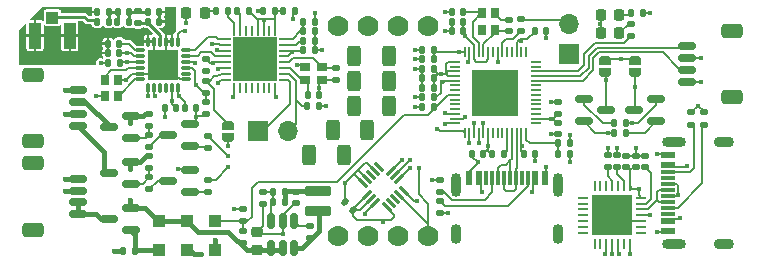
<source format=gbr>
%TF.GenerationSoftware,KiCad,Pcbnew,(6.0.5)*%
%TF.CreationDate,2022-11-25T19:57:39-05:00*%
%TF.ProjectId,Rotini-Hardware,526f7469-6e69-42d4-9861-726477617265,rev?*%
%TF.SameCoordinates,Original*%
%TF.FileFunction,Copper,L1,Top*%
%TF.FilePolarity,Positive*%
%FSLAX46Y46*%
G04 Gerber Fmt 4.6, Leading zero omitted, Abs format (unit mm)*
G04 Created by KiCad (PCBNEW (6.0.5)) date 2022-11-25 19:57:39*
%MOMM*%
%LPD*%
G01*
G04 APERTURE LIST*
G04 Aperture macros list*
%AMRoundRect*
0 Rectangle with rounded corners*
0 $1 Rounding radius*
0 $2 $3 $4 $5 $6 $7 $8 $9 X,Y pos of 4 corners*
0 Add a 4 corners polygon primitive as box body*
4,1,4,$2,$3,$4,$5,$6,$7,$8,$9,$2,$3,0*
0 Add four circle primitives for the rounded corners*
1,1,$1+$1,$2,$3*
1,1,$1+$1,$4,$5*
1,1,$1+$1,$6,$7*
1,1,$1+$1,$8,$9*
0 Add four rect primitives between the rounded corners*
20,1,$1+$1,$2,$3,$4,$5,0*
20,1,$1+$1,$4,$5,$6,$7,0*
20,1,$1+$1,$6,$7,$8,$9,0*
20,1,$1+$1,$8,$9,$2,$3,0*%
%AMRotRect*
0 Rectangle, with rotation*
0 The origin of the aperture is its center*
0 $1 length*
0 $2 width*
0 $3 Rotation angle, in degrees counterclockwise*
0 Add horizontal line*
21,1,$1,$2,0,0,$3*%
%AMFreePoly0*
4,1,13,0.500000,-0.500000,0.000000,-0.500000,-0.095671,-0.480970,-0.176777,-0.426777,-0.230970,-0.345671,-0.250000,-0.250000,-0.250000,0.250000,-0.230970,0.345671,-0.176777,0.426777,-0.095671,0.480970,0.000000,0.500000,0.500000,0.500000,0.500000,-0.500000,0.500000,-0.500000,$1*%
%AMFreePoly1*
4,1,13,0.095671,0.480970,0.176777,0.426777,0.230970,0.345671,0.250000,0.250000,0.250000,-0.250000,0.230970,-0.345671,0.176777,-0.426777,0.095671,-0.480970,0.000000,-0.500000,-0.500000,-0.500000,-0.500000,0.500000,0.000000,0.500000,0.095671,0.480970,0.095671,0.480970,$1*%
G04 Aperture macros list end*
%TA.AperFunction,SMDPad,CuDef*%
%ADD10RoundRect,0.135000X0.185000X-0.135000X0.185000X0.135000X-0.185000X0.135000X-0.185000X-0.135000X0*%
%TD*%
%TA.AperFunction,SMDPad,CuDef*%
%ADD11RoundRect,0.135000X0.135000X0.185000X-0.135000X0.185000X-0.135000X-0.185000X0.135000X-0.185000X0*%
%TD*%
%TA.AperFunction,SMDPad,CuDef*%
%ADD12RoundRect,0.135000X-0.135000X-0.185000X0.135000X-0.185000X0.135000X0.185000X-0.135000X0.185000X0*%
%TD*%
%TA.AperFunction,SMDPad,CuDef*%
%ADD13FreePoly0,270.000000*%
%TD*%
%TA.AperFunction,SMDPad,CuDef*%
%ADD14FreePoly1,270.000000*%
%TD*%
%TA.AperFunction,SMDPad,CuDef*%
%ADD15RoundRect,0.140000X-0.170000X0.140000X-0.170000X-0.140000X0.170000X-0.140000X0.170000X0.140000X0*%
%TD*%
%TA.AperFunction,SMDPad,CuDef*%
%ADD16R,1.000000X1.000000*%
%TD*%
%TA.AperFunction,SMDPad,CuDef*%
%ADD17RoundRect,0.218750X-0.218750X-0.256250X0.218750X-0.256250X0.218750X0.256250X-0.218750X0.256250X0*%
%TD*%
%TA.AperFunction,SMDPad,CuDef*%
%ADD18RoundRect,0.150000X-0.587500X-0.150000X0.587500X-0.150000X0.587500X0.150000X-0.587500X0.150000X0*%
%TD*%
%TA.AperFunction,SMDPad,CuDef*%
%ADD19RoundRect,0.135000X-0.185000X0.135000X-0.185000X-0.135000X0.185000X-0.135000X0.185000X0.135000X0*%
%TD*%
%TA.AperFunction,SMDPad,CuDef*%
%ADD20RoundRect,0.140000X-0.140000X-0.170000X0.140000X-0.170000X0.140000X0.170000X-0.140000X0.170000X0*%
%TD*%
%TA.AperFunction,ComponentPad*%
%ADD21R,1.700000X1.700000*%
%TD*%
%TA.AperFunction,ComponentPad*%
%ADD22O,1.700000X1.700000*%
%TD*%
%TA.AperFunction,SMDPad,CuDef*%
%ADD23RoundRect,0.225000X0.250000X-0.225000X0.250000X0.225000X-0.250000X0.225000X-0.250000X-0.225000X0*%
%TD*%
%TA.AperFunction,SMDPad,CuDef*%
%ADD24RoundRect,0.140000X0.140000X0.170000X-0.140000X0.170000X-0.140000X-0.170000X0.140000X-0.170000X0*%
%TD*%
%TA.AperFunction,SMDPad,CuDef*%
%ADD25RoundRect,0.140000X0.170000X-0.140000X0.170000X0.140000X-0.170000X0.140000X-0.170000X-0.140000X0*%
%TD*%
%TA.AperFunction,SMDPad,CuDef*%
%ADD26R,1.160000X0.600000*%
%TD*%
%TA.AperFunction,SMDPad,CuDef*%
%ADD27R,1.160000X0.300000*%
%TD*%
%TA.AperFunction,ComponentPad*%
%ADD28O,2.000000X0.900000*%
%TD*%
%TA.AperFunction,ComponentPad*%
%ADD29O,1.700000X0.900000*%
%TD*%
%TA.AperFunction,SMDPad,CuDef*%
%ADD30RoundRect,0.250000X-0.312500X-0.625000X0.312500X-0.625000X0.312500X0.625000X-0.312500X0.625000X0*%
%TD*%
%TA.AperFunction,SMDPad,CuDef*%
%ADD31RoundRect,0.050000X-0.387500X-0.050000X0.387500X-0.050000X0.387500X0.050000X-0.387500X0.050000X0*%
%TD*%
%TA.AperFunction,SMDPad,CuDef*%
%ADD32RoundRect,0.050000X-0.050000X-0.387500X0.050000X-0.387500X0.050000X0.387500X-0.050000X0.387500X0*%
%TD*%
%TA.AperFunction,SMDPad,CuDef*%
%ADD33R,4.000000X4.000000*%
%TD*%
%TA.AperFunction,SMDPad,CuDef*%
%ADD34RoundRect,0.150000X0.587500X0.150000X-0.587500X0.150000X-0.587500X-0.150000X0.587500X-0.150000X0*%
%TD*%
%TA.AperFunction,SMDPad,CuDef*%
%ADD35RoundRect,0.212500X0.887500X-0.212500X0.887500X0.212500X-0.887500X0.212500X-0.887500X-0.212500X0*%
%TD*%
%TA.AperFunction,SMDPad,CuDef*%
%ADD36RoundRect,0.075000X-0.350000X-0.075000X0.350000X-0.075000X0.350000X0.075000X-0.350000X0.075000X0*%
%TD*%
%TA.AperFunction,SMDPad,CuDef*%
%ADD37RoundRect,0.075000X-0.075000X-0.350000X0.075000X-0.350000X0.075000X0.350000X-0.075000X0.350000X0*%
%TD*%
%TA.AperFunction,SMDPad,CuDef*%
%ADD38R,2.650000X2.650000*%
%TD*%
%TA.AperFunction,SMDPad,CuDef*%
%ADD39RoundRect,0.140000X0.219203X0.021213X0.021213X0.219203X-0.219203X-0.021213X-0.021213X-0.219203X0*%
%TD*%
%TA.AperFunction,ComponentPad*%
%ADD40C,1.778000*%
%TD*%
%TA.AperFunction,SMDPad,CuDef*%
%ADD41RotRect,1.000000X0.300000X135.000000*%
%TD*%
%TA.AperFunction,SMDPad,CuDef*%
%ADD42RotRect,0.300000X1.000000X135.000000*%
%TD*%
%TA.AperFunction,SMDPad,CuDef*%
%ADD43R,0.600000X1.160000*%
%TD*%
%TA.AperFunction,SMDPad,CuDef*%
%ADD44R,0.300000X1.160000*%
%TD*%
%TA.AperFunction,ComponentPad*%
%ADD45O,0.900000X2.000000*%
%TD*%
%TA.AperFunction,ComponentPad*%
%ADD46O,0.900000X1.700000*%
%TD*%
%TA.AperFunction,SMDPad,CuDef*%
%ADD47RoundRect,0.062500X0.337500X0.062500X-0.337500X0.062500X-0.337500X-0.062500X0.337500X-0.062500X0*%
%TD*%
%TA.AperFunction,SMDPad,CuDef*%
%ADD48RoundRect,0.062500X0.062500X0.337500X-0.062500X0.337500X-0.062500X-0.337500X0.062500X-0.337500X0*%
%TD*%
%TA.AperFunction,SMDPad,CuDef*%
%ADD49R,3.350000X3.350000*%
%TD*%
%TA.AperFunction,SMDPad,CuDef*%
%ADD50R,0.800000X0.900000*%
%TD*%
%TA.AperFunction,SMDPad,CuDef*%
%ADD51RoundRect,0.147500X0.172500X-0.147500X0.172500X0.147500X-0.172500X0.147500X-0.172500X-0.147500X0*%
%TD*%
%TA.AperFunction,SMDPad,CuDef*%
%ADD52RoundRect,0.150000X-0.150000X0.512500X-0.150000X-0.512500X0.150000X-0.512500X0.150000X0.512500X0*%
%TD*%
%TA.AperFunction,SMDPad,CuDef*%
%ADD53FreePoly0,90.000000*%
%TD*%
%TA.AperFunction,SMDPad,CuDef*%
%ADD54FreePoly1,90.000000*%
%TD*%
%TA.AperFunction,SMDPad,CuDef*%
%ADD55RoundRect,0.150000X-0.625000X0.150000X-0.625000X-0.150000X0.625000X-0.150000X0.625000X0.150000X0*%
%TD*%
%TA.AperFunction,SMDPad,CuDef*%
%ADD56RoundRect,0.250000X-0.650000X0.350000X-0.650000X-0.350000X0.650000X-0.350000X0.650000X0.350000X0*%
%TD*%
%TA.AperFunction,SMDPad,CuDef*%
%ADD57R,1.000000X1.050000*%
%TD*%
%TA.AperFunction,SMDPad,CuDef*%
%ADD58R,1.050000X2.200000*%
%TD*%
%TA.AperFunction,SMDPad,CuDef*%
%ADD59RoundRect,0.147500X0.147500X0.172500X-0.147500X0.172500X-0.147500X-0.172500X0.147500X-0.172500X0*%
%TD*%
%TA.AperFunction,SMDPad,CuDef*%
%ADD60R,0.900000X0.800000*%
%TD*%
%TA.AperFunction,SMDPad,CuDef*%
%ADD61RoundRect,0.062500X-0.062500X0.337500X-0.062500X-0.337500X0.062500X-0.337500X0.062500X0.337500X0*%
%TD*%
%TA.AperFunction,SMDPad,CuDef*%
%ADD62RoundRect,0.062500X-0.337500X0.062500X-0.337500X-0.062500X0.337500X-0.062500X0.337500X0.062500X0*%
%TD*%
%TA.AperFunction,SMDPad,CuDef*%
%ADD63R,3.700000X3.700000*%
%TD*%
%TA.AperFunction,SMDPad,CuDef*%
%ADD64RoundRect,0.150000X0.625000X-0.150000X0.625000X0.150000X-0.625000X0.150000X-0.625000X-0.150000X0*%
%TD*%
%TA.AperFunction,SMDPad,CuDef*%
%ADD65RoundRect,0.250000X0.650000X-0.350000X0.650000X0.350000X-0.650000X0.350000X-0.650000X-0.350000X0*%
%TD*%
%TA.AperFunction,ViaPad*%
%ADD66C,0.400000*%
%TD*%
%TA.AperFunction,Conductor*%
%ADD67C,0.406400*%
%TD*%
%TA.AperFunction,Conductor*%
%ADD68C,0.203200*%
%TD*%
%TA.AperFunction,Conductor*%
%ADD69C,0.200000*%
%TD*%
%TA.AperFunction,Conductor*%
%ADD70C,0.279400*%
%TD*%
G04 APERTURE END LIST*
D10*
%TO.P,R52,1*%
%TO.N,Net-(R52-Pad1)*%
X19800000Y-2930000D03*
%TO.P,R52,2*%
%TO.N,+3V3*%
X19800000Y-1910000D03*
%TD*%
D11*
%TO.P,R60,1*%
%TO.N,+3V3*%
X-5765000Y9400000D03*
%TO.P,R60,2*%
%TO.N,Net-(C64-Pad2)*%
X-6785000Y9400000D03*
%TD*%
D12*
%TO.P,R63,1*%
%TO.N,CHIP_EN*%
X-12385000Y10275000D03*
%TO.P,R63,2*%
%TO.N,+3V3*%
X-11365000Y10275000D03*
%TD*%
D13*
%TO.P,JP2,1,A*%
%TO.N,GND*%
X18800000Y6200000D03*
D14*
%TO.P,JP2,2,B*%
%TO.N,E_EN*%
X18800000Y5000000D03*
%TD*%
D15*
%TO.P,C50,1*%
%TO.N,GND*%
X22200000Y-1940000D03*
%TO.P,C50,2*%
%TO.N,Net-(C50-Pad2)*%
X22200000Y-2900000D03*
%TD*%
D16*
%TO.P,D42,1,K*%
%TO.N,SNS_VIN*%
X-14200000Y-7450000D03*
%TO.P,D42,2,A*%
%TO.N,GND*%
X-14200000Y-9950000D03*
%TD*%
D17*
%TO.P,D60,1,K*%
%TO.N,GND*%
X-16687500Y10100000D03*
%TO.P,D60,2,A*%
%TO.N,Net-(D60-Pad2)*%
X-15112500Y10100000D03*
%TD*%
D16*
%TO.P,D20,1,K*%
%TO.N,VCC*%
X-16600000Y-7450000D03*
%TO.P,D20,2,A*%
%TO.N,VBUS*%
X-16600000Y-9950000D03*
%TD*%
D18*
%TO.P,Q50,1,B*%
%TO.N,Net-(Q50-Pad1)*%
X17025000Y2850000D03*
%TO.P,Q50,2,E*%
%TO.N,CP_RTS*%
X17025000Y950000D03*
%TO.P,Q50,3,C*%
%TO.N,E_EN*%
X18900000Y1900000D03*
%TD*%
D19*
%TO.P,R33,1*%
%TO.N,VCC*%
X-19800000Y1610000D03*
%TO.P,R33,2*%
%TO.N,Net-(Q32-Pad1)*%
X-19800000Y590000D03*
%TD*%
D15*
%TO.P,C12,1*%
%TO.N,GND*%
X10700000Y9580000D03*
%TO.P,C12,2*%
%TO.N,Net-(C12-Pad2)*%
X10700000Y8620000D03*
%TD*%
D20*
%TO.P,C63,1*%
%TO.N,+3V3*%
X-8455000Y10275000D03*
%TO.P,C63,2*%
%TO.N,GND*%
X-7495000Y10275000D03*
%TD*%
D10*
%TO.P,R41,1*%
%TO.N,LED_MISC*%
X21000000Y8190000D03*
%TO.P,R41,2*%
%TO.N,Net-(D41-Pad2)*%
X21000000Y9210000D03*
%TD*%
D20*
%TO.P,C10,1*%
%TO.N,GND*%
X5820000Y8600000D03*
%TO.P,C10,2*%
%TO.N,+3V3*%
X6780000Y8600000D03*
%TD*%
D17*
%TO.P,D40,1,K*%
%TO.N,GND*%
X18412500Y10000000D03*
%TO.P,D40,2,A*%
%TO.N,Net-(D40-Pad2)*%
X19987500Y10000000D03*
%TD*%
D20*
%TO.P,C62,1*%
%TO.N,+3V3*%
X-6755000Y7000000D03*
%TO.P,C62,2*%
%TO.N,GND*%
X-5795000Y7000000D03*
%TD*%
D19*
%TO.P,R56,1*%
%TO.N,GND*%
X4800000Y-4000000D03*
%TO.P,R56,2*%
%TO.N,Net-(R56-Pad2)*%
X4800000Y-5020000D03*
%TD*%
D12*
%TO.P,R51,1*%
%TO.N,CP_RTS*%
X19552500Y0D03*
%TO.P,R51,2*%
%TO.N,Net-(Q51-Pad1)*%
X20572500Y0D03*
%TD*%
D13*
%TO.P,JP60,1,A*%
%TO.N,GPIO0*%
X-13100000Y700000D03*
D14*
%TO.P,JP60,2,B*%
%TO.N,GND*%
X-13100000Y-500000D03*
%TD*%
D21*
%TO.P,J2,1,Pin_1*%
%TO.N,E_RXD*%
X15700000Y6625000D03*
D22*
%TO.P,J2,2,Pin_2*%
%TO.N,E_TXD*%
X15700000Y9165000D03*
%TD*%
D23*
%TO.P,C20,1*%
%TO.N,VCC*%
X-10700000Y-9975000D03*
%TO.P,C20,2*%
%TO.N,GND*%
X-10700000Y-8425000D03*
%TD*%
D20*
%TO.P,C4,1*%
%TO.N,GND*%
X7520000Y-1800000D03*
%TO.P,C4,2*%
%TO.N,+3V3*%
X8480000Y-1800000D03*
%TD*%
D19*
%TO.P,R54,1*%
%TO.N,GND*%
X27200000Y1710000D03*
%TO.P,R54,2*%
%TO.N,Net-(R54-Pad2)*%
X27200000Y690000D03*
%TD*%
D15*
%TO.P,C52,1*%
%TO.N,GND*%
X20600000Y-1940000D03*
%TO.P,C52,2*%
%TO.N,VBUS*%
X20600000Y-2900000D03*
%TD*%
D24*
%TO.P,C102,1*%
%TO.N,Net-(C102-Pad1)*%
X-23240000Y10200000D03*
%TO.P,C102,2*%
%TO.N,GND*%
X-24200000Y10200000D03*
%TD*%
D25*
%TO.P,C7,1*%
%TO.N,GND*%
X14800000Y-100000D03*
%TO.P,C7,2*%
%TO.N,+3V3*%
X14800000Y860000D03*
%TD*%
D11*
%TO.P,R67,1*%
%TO.N,GPIO16*%
X-13090000Y10275000D03*
%TO.P,R67,2*%
%TO.N,Net-(D60-Pad2)*%
X-14110000Y10275000D03*
%TD*%
D26*
%TO.P,U51,A1,GND*%
%TO.N,GND*%
X24090000Y-8300000D03*
%TO.P,U51,A4,VBUS*%
%TO.N,VBUS*%
X24090000Y-7500000D03*
D27*
%TO.P,U51,A5,CC1*%
%TO.N,Net-(R54-Pad2)*%
X24090000Y-6350000D03*
%TO.P,U51,A6,D+*%
%TO.N,Net-(U50-Pad4)*%
X24090000Y-5350000D03*
%TO.P,U51,A7,D-*%
%TO.N,Net-(U50-Pad5)*%
X24090000Y-4850000D03*
%TO.P,U51,A8,SBU1*%
%TO.N,unconnected-(U51-PadA8)*%
X24090000Y-3850000D03*
D26*
%TO.P,U51,A9,VBUS*%
%TO.N,VBUS*%
X24090000Y-2700000D03*
%TO.P,U51,A12,GND*%
%TO.N,GND*%
X24090000Y-1900000D03*
%TO.P,U51,B1,GND*%
X24090000Y-1900000D03*
%TO.P,U51,B4,VBUS*%
%TO.N,VBUS*%
X24090000Y-2700000D03*
D27*
%TO.P,U51,B5,CC2*%
%TO.N,Net-(R55-Pad2)*%
X24090000Y-3350000D03*
%TO.P,U51,B6,D+*%
%TO.N,Net-(U50-Pad4)*%
X24090000Y-4350000D03*
%TO.P,U51,B7,D-*%
%TO.N,Net-(U50-Pad5)*%
X24090000Y-5850000D03*
%TO.P,U51,B8,SBU2*%
%TO.N,unconnected-(U51-PadB8)*%
X24090000Y-6850000D03*
D26*
%TO.P,U51,B9,VBUS*%
%TO.N,VBUS*%
X24090000Y-7500000D03*
%TO.P,U51,B12,GND*%
%TO.N,GND*%
X24090000Y-8300000D03*
D28*
%TO.P,U51,S1,SHIELD*%
%TO.N,unconnected-(U51-PadS1)*%
X24670000Y-9420000D03*
X24670000Y-780000D03*
D29*
X28840000Y-9420000D03*
X28840000Y-780000D03*
%TD*%
D24*
%TO.P,C13,1*%
%TO.N,E_EN*%
X4280000Y6200000D03*
%TO.P,C13,2*%
%TO.N,GND*%
X3320000Y6200000D03*
%TD*%
D30*
%TO.P,R8,1*%
%TO.N,unconnected-(R8-Pad1)*%
X-2462500Y4400000D03*
%TO.P,R8,2*%
%TO.N,unconnected-(R8-Pad2)*%
X462500Y4400000D03*
%TD*%
D24*
%TO.P,C61,1*%
%TO.N,GND*%
X-5420000Y3175000D03*
%TO.P,C61,2*%
%TO.N,Net-(C61-Pad2)*%
X-6380000Y3175000D03*
%TD*%
D12*
%TO.P,R4,1*%
%TO.N,Net-(R4-Pad1)*%
X14790000Y-1800000D03*
%TO.P,R4,2*%
%TO.N,+3V3*%
X15810000Y-1800000D03*
%TD*%
D17*
%TO.P,D41,1,K*%
%TO.N,GND*%
X18412500Y8400000D03*
%TO.P,D41,2,A*%
%TO.N,Net-(D41-Pad2)*%
X19987500Y8400000D03*
%TD*%
D11*
%TO.P,R50,1*%
%TO.N,CP_DTR*%
X20572500Y800000D03*
%TO.P,R50,2*%
%TO.N,Net-(Q50-Pad1)*%
X19552500Y800000D03*
%TD*%
D10*
%TO.P,R36,1*%
%TO.N,Net-(Q33-Pad1)*%
X-14800000Y-1310000D03*
%TO.P,R36,2*%
%TO.N,LED_2*%
X-14800000Y-290000D03*
%TD*%
D11*
%TO.P,R20,1*%
%TO.N,+3V3*%
X-8290000Y-5000000D03*
%TO.P,R20,2*%
%TO.N,Net-(C22-Pad2)*%
X-9310000Y-5000000D03*
%TD*%
D24*
%TO.P,C11,1*%
%TO.N,Net-(C11-Pad1)*%
X6780000Y10200000D03*
%TO.P,C11,2*%
%TO.N,GND*%
X5820000Y10200000D03*
%TD*%
D20*
%TO.P,C70,1*%
%TO.N,Net-(C70-Pad1)*%
X-16780000Y2050000D03*
%TO.P,C70,2*%
%TO.N,GND*%
X-15820000Y2050000D03*
%TD*%
D31*
%TO.P,U1,1,VDDA*%
%TO.N,+3V3*%
X6062500Y6000000D03*
%TO.P,U1,2,LNA_IN*%
%TO.N,unconnected-(U1-Pad2)*%
X6062500Y5600000D03*
%TO.P,U1,3,VDD3P3*%
%TO.N,+3V3*%
X6062500Y5200000D03*
%TO.P,U1,4,VDD3P3*%
X6062500Y4800000D03*
%TO.P,U1,5,GPIO0*%
%TO.N,E_IO0*%
X6062500Y4400000D03*
%TO.P,U1,6,GPIO1*%
%TO.N,unconnected-(U1-Pad6)*%
X6062500Y4000000D03*
%TO.P,U1,7,GPIO2*%
%TO.N,unconnected-(U1-Pad7)*%
X6062500Y3600000D03*
%TO.P,U1,8,GPIO3*%
%TO.N,SNS_VIN*%
X6062500Y3200000D03*
%TO.P,U1,9,GPIO4*%
%TO.N,unconnected-(U1-Pad9)*%
X6062500Y2800000D03*
%TO.P,U1,10,GPIO5*%
%TO.N,unconnected-(U1-Pad10)*%
X6062500Y2400000D03*
%TO.P,U1,11,GPIO6*%
%TO.N,unconnected-(U1-Pad11)*%
X6062500Y2000000D03*
%TO.P,U1,12,GPIO7*%
%TO.N,X_TX*%
X6062500Y1600000D03*
%TO.P,U1,13,GPIO8*%
%TO.N,X_RX*%
X6062500Y1200000D03*
%TO.P,U1,14,GPIO9*%
%TO.N,LED_2*%
X6062500Y800000D03*
D32*
%TO.P,U1,15,GPIO10*%
%TO.N,LED_1*%
X6900000Y-37500D03*
%TO.P,U1,16,GPIO11*%
%TO.N,P_SCK*%
X7300000Y-37500D03*
%TO.P,U1,17,GPIO12*%
%TO.N,A1_CS*%
X7700000Y-37500D03*
%TO.P,U1,18,GPIO13*%
%TO.N,P_MOSI*%
X8100000Y-37500D03*
%TO.P,U1,19,GPIO14*%
%TO.N,P_MISO*%
X8500000Y-37500D03*
%TO.P,U1,20,VDD3P3_RTC*%
%TO.N,+3V3*%
X8900000Y-37500D03*
%TO.P,U1,21,XTAL32K_P*%
%TO.N,unconnected-(U1-Pad21)*%
X9300000Y-37500D03*
%TO.P,U1,22,XTAL_32K_N*%
%TO.N,unconnected-(U1-Pad22)*%
X9700000Y-37500D03*
%TO.P,U1,23,DAC_1*%
%TO.N,unconnected-(U1-Pad23)*%
X10100000Y-37500D03*
%TO.P,U1,24,DAC_2*%
%TO.N,Net-(R3-Pad1)*%
X10500000Y-37500D03*
%TO.P,U1,25,GPIO19*%
%TO.N,E_D-*%
X10900000Y-37500D03*
%TO.P,U1,26,GPIO20*%
%TO.N,E_D+*%
X11300000Y-37500D03*
%TO.P,U1,27,VDD3P3_RTC_IO*%
%TO.N,+3V3*%
X11700000Y-37500D03*
%TO.P,U1,28,GPIO21*%
%TO.N,Net-(R4-Pad1)*%
X12100000Y-37500D03*
D31*
%TO.P,U1,29,29SPIS1*%
%TO.N,unconnected-(U1-Pad29)*%
X12937500Y800000D03*
%TO.P,U1,30,VDD_SPI*%
%TO.N,+3V3*%
X12937500Y1200000D03*
%TO.P,U1,31,SPIHD*%
%TO.N,unconnected-(U1-Pad31)*%
X12937500Y1600000D03*
%TO.P,U1,32,SPIWD*%
%TO.N,unconnected-(U1-Pad32)*%
X12937500Y2000000D03*
%TO.P,U1,33,SPIS0*%
%TO.N,unconnected-(U1-Pad33)*%
X12937500Y2400000D03*
%TO.P,U1,34,SPICLK*%
%TO.N,unconnected-(U1-Pad34)*%
X12937500Y2800000D03*
%TO.P,U1,35,SPIQ*%
%TO.N,unconnected-(U1-Pad35)*%
X12937500Y3200000D03*
%TO.P,U1,36,SPID*%
%TO.N,unconnected-(U1-Pad36)*%
X12937500Y3600000D03*
%TO.P,U1,37,GPIO33*%
%TO.N,unconnected-(U1-Pad37)*%
X12937500Y4000000D03*
%TO.P,U1,38,GPIO34*%
%TO.N,PPM_F*%
X12937500Y4400000D03*
%TO.P,U1,39,GPIO35*%
%TO.N,PPM_B*%
X12937500Y4800000D03*
%TO.P,U1,40,GPIO36*%
%TO.N,LED_MISC*%
X12937500Y5200000D03*
%TO.P,U1,41,GPIO37*%
%TO.N,unconnected-(U1-Pad41)*%
X12937500Y5600000D03*
%TO.P,U1,42,GPIO38*%
%TO.N,unconnected-(U1-Pad42)*%
X12937500Y6000000D03*
D32*
%TO.P,U1,43,MTCK*%
%TO.N,unconnected-(U1-Pad43)*%
X12100000Y6837500D03*
%TO.P,U1,44,MTDO*%
%TO.N,unconnected-(U1-Pad44)*%
X11700000Y6837500D03*
%TO.P,U1,45,VDD3P3_CPU*%
%TO.N,+3V3*%
X11300000Y6837500D03*
%TO.P,U1,46,MTDI*%
%TO.N,unconnected-(U1-Pad46)*%
X10900000Y6837500D03*
%TO.P,U1,47,MTMS*%
%TO.N,unconnected-(U1-Pad47)*%
X10500000Y6837500D03*
%TO.P,U1,48,U0TXD*%
%TO.N,Net-(R2-Pad2)*%
X10100000Y6837500D03*
%TO.P,U1,49,U0RXD*%
%TO.N,E_RXD*%
X9700000Y6837500D03*
%TO.P,U1,50,GPIO45*%
%TO.N,unconnected-(U1-Pad50)*%
X9300000Y6837500D03*
%TO.P,U1,51,VDDA*%
%TO.N,+3V3*%
X8900000Y6837500D03*
%TO.P,U1,52,XTAL_N*%
%TO.N,Net-(C12-Pad2)*%
X8500000Y6837500D03*
%TO.P,U1,53,XTAL_P*%
%TO.N,Net-(C11-Pad1)*%
X8100000Y6837500D03*
%TO.P,U1,54,VDDA*%
%TO.N,+3V3*%
X7700000Y6837500D03*
%TO.P,U1,55,GPIO46*%
%TO.N,A2_CS*%
X7300000Y6837500D03*
%TO.P,U1,56,CHIP_PU*%
%TO.N,E_EN*%
X6900000Y6837500D03*
D33*
%TO.P,U1,57,EPAD*%
%TO.N,GND*%
X9500000Y3400000D03*
%TD*%
D20*
%TO.P,C9,1*%
%TO.N,GND*%
X5820000Y9400000D03*
%TO.P,C9,2*%
%TO.N,+3V3*%
X6780000Y9400000D03*
%TD*%
D34*
%TO.P,Q20,1,G*%
%TO.N,Net-(D21-Pad2)*%
X-21362500Y-8250000D03*
%TO.P,Q20,2,S*%
%TO.N,VCC*%
X-21362500Y-6350000D03*
%TO.P,Q20,3,D*%
%TO.N,Net-(J202-Pad3)*%
X-23237500Y-7300000D03*
%TD*%
D24*
%TO.P,C74,1*%
%TO.N,Net-(C74-Pad1)*%
X-22320000Y7550000D03*
%TO.P,C74,2*%
%TO.N,GND*%
X-23280000Y7550000D03*
%TD*%
D11*
%TO.P,R1,1*%
%TO.N,E_EN*%
X4310000Y7000000D03*
%TO.P,R1,2*%
%TO.N,+3V3*%
X3290000Y7000000D03*
%TD*%
D35*
%TO.P,L20,1,1*%
%TO.N,Net-(C21-Pad2)*%
X-5500000Y-6625000D03*
%TO.P,L20,2,2*%
%TO.N,+3V3*%
X-5500000Y-4975000D03*
%TD*%
D10*
%TO.P,R32,1*%
%TO.N,Net-(Q31-Pad1)*%
X-14800000Y-5010000D03*
%TO.P,R32,2*%
%TO.N,LED_1*%
X-14800000Y-3990000D03*
%TD*%
D19*
%TO.P,R43,1*%
%TO.N,GND*%
X-11900000Y-6490000D03*
%TO.P,R43,2*%
%TO.N,SNS_VIN*%
X-11900000Y-7510000D03*
%TD*%
%TO.P,R2,1*%
%TO.N,E_TXD*%
X11700000Y9610000D03*
%TO.P,R2,2*%
%TO.N,Net-(R2-Pad2)*%
X11700000Y8590000D03*
%TD*%
D15*
%TO.P,C6,1*%
%TO.N,GND*%
X14800000Y2560000D03*
%TO.P,C6,2*%
%TO.N,+3V3*%
X14800000Y1600000D03*
%TD*%
D24*
%TO.P,C14,1*%
%TO.N,E_IO0*%
X4280000Y3000000D03*
%TO.P,C14,2*%
%TO.N,GND*%
X3320000Y3000000D03*
%TD*%
%TO.P,C104,1*%
%TO.N,Net-(C101-Pad1)*%
X-21525000Y10200000D03*
%TO.P,C104,2*%
%TO.N,Net-(C102-Pad1)*%
X-22485000Y10200000D03*
%TD*%
D20*
%TO.P,C1,1*%
%TO.N,GND*%
X3320000Y5400000D03*
%TO.P,C1,2*%
%TO.N,+3V3*%
X4280000Y5400000D03*
%TD*%
D36*
%TO.P,U70,1,VR_PA*%
%TO.N,Net-(C74-Pad1)*%
X-20580000Y7005000D03*
%TO.P,U70,2,VDD_IN*%
%TO.N,Net-(C70-Pad1)*%
X-20580000Y6505000D03*
%TO.P,U70,3,NRESET*%
%TO.N,GPIO2*%
X-20580000Y6005000D03*
%TO.P,U70,4,XTA*%
%TO.N,Net-(U70-Pad4)*%
X-20580000Y5505000D03*
%TO.P,U70,5,GND*%
%TO.N,GND*%
X-20580000Y5005000D03*
%TO.P,U70,6,XTB*%
%TO.N,Net-(U70-Pad6)*%
X-20580000Y4505000D03*
D37*
%TO.P,U70,7,BUSY*%
%TO.N,GPIO5*%
X-19880000Y3805000D03*
%TO.P,U70,8,DIO1*%
%TO.N,GPIO4*%
X-19380000Y3805000D03*
%TO.P,U70,9,DIO2*%
%TO.N,unconnected-(U70-Pad9)*%
X-18880000Y3805000D03*
%TO.P,U70,10,DIO3*%
%TO.N,unconnected-(U70-Pad10)*%
X-18380000Y3805000D03*
%TO.P,U70,11,VBAT_IO*%
%TO.N,+3V3*%
X-17880000Y3805000D03*
%TO.P,U70,12,DCC_FB*%
%TO.N,Net-(C70-Pad1)*%
X-17380000Y3805000D03*
D36*
%TO.P,U70,13,GND*%
%TO.N,GND*%
X-16680000Y4505000D03*
%TO.P,U70,14,DCC_SW*%
%TO.N,unconnected-(U70-Pad14)*%
X-16680000Y5005000D03*
%TO.P,U70,15,VBAT*%
%TO.N,+3V3*%
X-16680000Y5505000D03*
%TO.P,U70,16,MISO_TX*%
%TO.N,GPIO12*%
X-16680000Y6005000D03*
%TO.P,U70,17,MOSI_RX*%
%TO.N,GPIO13*%
X-16680000Y6505000D03*
%TO.P,U70,18,SCK_RTSN*%
%TO.N,GPIO14*%
X-16680000Y7005000D03*
D37*
%TO.P,U70,19,NSS_CTS*%
%TO.N,GPIO15*%
X-17380000Y7705000D03*
%TO.P,U70,20,GND*%
%TO.N,GND*%
X-17880000Y7705000D03*
%TO.P,U70,21,GND*%
X-18380000Y7705000D03*
%TO.P,U70,22,RFIO*%
%TO.N,Net-(C100-Pad1)*%
X-18880000Y7705000D03*
%TO.P,U70,23,GND*%
%TO.N,GND*%
X-19380000Y7705000D03*
%TO.P,U70,24,GND*%
X-19880000Y7705000D03*
D38*
%TO.P,U70,25,GND_PAD*%
X-18630000Y5755000D03*
%TD*%
D34*
%TO.P,Q33,1,G*%
%TO.N,Net-(Q33-Pad1)*%
X-16362500Y-1150000D03*
%TO.P,Q33,2,S*%
%TO.N,GND*%
X-16362500Y750000D03*
%TO.P,Q33,3,D*%
%TO.N,Net-(Q33-Pad3)*%
X-18237500Y-200000D03*
%TD*%
D15*
%TO.P,C51,1*%
%TO.N,GND*%
X21400000Y-1940000D03*
%TO.P,C51,2*%
%TO.N,VBUS*%
X21400000Y-2900000D03*
%TD*%
D19*
%TO.P,R66,1*%
%TO.N,GPIO15*%
X-15000000Y6210000D03*
%TO.P,R66,2*%
%TO.N,GND*%
X-15000000Y5190000D03*
%TD*%
D39*
%TO.P,C31,1*%
%TO.N,+3V3*%
X-2560589Y-6539411D03*
%TO.P,C31,2*%
%TO.N,GND*%
X-3239411Y-5860589D03*
%TD*%
D19*
%TO.P,R55,1*%
%TO.N,GND*%
X26100000Y1710000D03*
%TO.P,R55,2*%
%TO.N,Net-(R55-Pad2)*%
X26100000Y690000D03*
%TD*%
D20*
%TO.P,C3,1*%
%TO.N,GND*%
X3320000Y4600000D03*
%TO.P,C3,2*%
%TO.N,+3V3*%
X4280000Y4600000D03*
%TD*%
D40*
%TO.P,U30,1,CS*%
%TO.N,A2_CS*%
X3810000Y8990000D03*
%TO.P,U30,2,SA0*%
%TO.N,P_MISO*%
X1270000Y8990000D03*
%TO.P,U30,3,INT2*%
%TO.N,unconnected-(U30-Pad3)*%
X-1270000Y8990000D03*
%TO.P,U30,4,INT1*%
%TO.N,unconnected-(U30-Pad4)*%
X-3810000Y8990000D03*
%TO.P,U30,5,GND*%
%TO.N,GND*%
X-3810000Y-8790000D03*
%TO.P,U30,6,3V3*%
%TO.N,+3V3*%
X-1270000Y-8790000D03*
%TO.P,U30,7,SDA*%
%TO.N,P_MOSI*%
X1270000Y-8790000D03*
%TO.P,U30,8,SCL*%
%TO.N,P_SCK*%
X3810000Y-8790000D03*
%TD*%
D11*
%TO.P,R40,1*%
%TO.N,+3V3*%
X22010000Y10100000D03*
%TO.P,R40,2*%
%TO.N,Net-(D40-Pad2)*%
X20990000Y10100000D03*
%TD*%
D30*
%TO.P,R7,1*%
%TO.N,unconnected-(R7-Pad1)*%
X-2462500Y6500000D03*
%TO.P,R7,2*%
%TO.N,unconnected-(R7-Pad2)*%
X462500Y6500000D03*
%TD*%
D41*
%TO.P,U31,1,VDDIO*%
%TO.N,+3V3*%
X318198Y-6332412D03*
%TO.P,U31,2,NC*%
%TO.N,unconnected-(U31-Pad2)*%
X671751Y-5978858D03*
%TO.P,U31,3,NC*%
%TO.N,unconnected-(U31-Pad3)*%
X1025305Y-5625305D03*
%TO.P,U31,4,SCK*%
%TO.N,P_SCK*%
X1378858Y-5271751D03*
%TO.P,U31,5,GND*%
%TO.N,GND*%
X1732412Y-4918198D03*
D42*
%TO.P,U31,6,MOSI*%
%TO.N,P_MOSI*%
X1378858Y-3928249D03*
%TO.P,U31,7,MISO*%
%TO.N,P_MISO*%
X1025305Y-3574695D03*
%TO.P,U31,8,CS*%
%TO.N,A1_CS*%
X671751Y-3221142D03*
D41*
%TO.P,U31,9,INT2*%
%TO.N,unconnected-(U31-Pad9)*%
X-318198Y-2867588D03*
%TO.P,U31,10,GNDR*%
%TO.N,GND*%
X-671751Y-3221142D03*
%TO.P,U31,11,INT1*%
%TO.N,unconnected-(U31-Pad11)*%
X-1025305Y-3574695D03*
%TO.P,U31,12,GND*%
%TO.N,GND*%
X-1378858Y-3928249D03*
%TO.P,U31,13,GND*%
X-1732412Y-4281802D03*
D42*
%TO.P,U31,14,VDD*%
%TO.N,+3V3*%
X-1378858Y-5271751D03*
%TO.P,U31,15,VDDR*%
X-1025305Y-5625305D03*
%TO.P,U31,16,GND*%
%TO.N,GND*%
X-671751Y-5978858D03*
%TD*%
D43*
%TO.P,U52,A1,GND*%
%TO.N,GND*%
X7300000Y-3815000D03*
%TO.P,U52,A4,VBUS*%
%TO.N,VBUS*%
X8100000Y-3815000D03*
D44*
%TO.P,U52,A5,CC1*%
%TO.N,Net-(R56-Pad2)*%
X9250000Y-3815000D03*
%TO.P,U52,A6,D+*%
%TO.N,E_D+*%
X10250000Y-3815000D03*
%TO.P,U52,A7,D-*%
%TO.N,E_D-*%
X10750000Y-3815000D03*
%TO.P,U52,A8,SBU1*%
%TO.N,unconnected-(U52-PadA8)*%
X11750000Y-3815000D03*
D43*
%TO.P,U52,A9,VBUS*%
%TO.N,VBUS*%
X12900000Y-3815000D03*
%TO.P,U52,A12,GND*%
%TO.N,GND*%
X13700000Y-3815000D03*
%TO.P,U52,B1,GND*%
X13700000Y-3815000D03*
%TO.P,U52,B4,VBUS*%
%TO.N,VBUS*%
X12900000Y-3815000D03*
D44*
%TO.P,U52,B5,CC2*%
%TO.N,Net-(R57-Pad2)*%
X12250000Y-3815000D03*
%TO.P,U52,B6,D+*%
%TO.N,E_D+*%
X11250000Y-3815000D03*
%TO.P,U52,B7,D-*%
%TO.N,E_D-*%
X9750000Y-3815000D03*
%TO.P,U52,B8,SBU2*%
%TO.N,unconnected-(U52-PadB8)*%
X8750000Y-3815000D03*
D43*
%TO.P,U52,B9,VBUS*%
%TO.N,VBUS*%
X8100000Y-3815000D03*
%TO.P,U52,B12,GND*%
%TO.N,GND*%
X7300000Y-3815000D03*
D45*
%TO.P,U52,S1,SHIELD*%
%TO.N,unconnected-(U52-PadS1)*%
X6180000Y-4395000D03*
D46*
X14820000Y-8565000D03*
X6180000Y-8565000D03*
D45*
X14820000Y-4395000D03*
%TD*%
D34*
%TO.P,Q30,1,G*%
%TO.N,Net-(Q30-Pad1)*%
X-21362500Y-4350000D03*
%TO.P,Q30,2,S*%
%TO.N,VCC*%
X-21362500Y-2450000D03*
%TO.P,Q30,3,D*%
%TO.N,/LED1/LED_out*%
X-23237500Y-3400000D03*
%TD*%
D19*
%TO.P,R65,1*%
%TO.N,GPIO0*%
X-15000000Y4410000D03*
%TO.P,R65,2*%
%TO.N,+3V3*%
X-15000000Y3390000D03*
%TD*%
D24*
%TO.P,C5,1*%
%TO.N,GND*%
X12880000Y-1800000D03*
%TO.P,C5,2*%
%TO.N,+3V3*%
X11920000Y-1800000D03*
%TD*%
D11*
%TO.P,R64,1*%
%TO.N,GPIO2*%
X-22290000Y5900000D03*
%TO.P,R64,2*%
%TO.N,+3V3*%
X-23310000Y5900000D03*
%TD*%
D24*
%TO.P,C65,1*%
%TO.N,+3V3*%
X-9195000Y10275000D03*
%TO.P,C65,2*%
%TO.N,GND*%
X-10155000Y10275000D03*
%TD*%
D47*
%TO.P,U50,1,DCD*%
%TO.N,unconnected-(U50-Pad1)*%
X21850000Y-8500000D03*
%TO.P,U50,2,RI*%
%TO.N,unconnected-(U50-Pad2)*%
X21850000Y-8000000D03*
%TO.P,U50,3,GND*%
%TO.N,GND*%
X21850000Y-7500000D03*
%TO.P,U50,4,D+*%
%TO.N,Net-(U50-Pad4)*%
X21850000Y-7000000D03*
%TO.P,U50,5,D-*%
%TO.N,Net-(U50-Pad5)*%
X21850000Y-6500000D03*
%TO.P,U50,6,VDD*%
%TO.N,Net-(C50-Pad2)*%
X21850000Y-6000000D03*
%TO.P,U50,7,REGIN*%
%TO.N,VBUS*%
X21850000Y-5500000D03*
D48*
%TO.P,U50,8,VBUS*%
X20900000Y-4550000D03*
%TO.P,U50,9,RST*%
%TO.N,Net-(R52-Pad1)*%
X20400000Y-4550000D03*
%TO.P,U50,10*%
%TO.N,N/C*%
X19900000Y-4550000D03*
%TO.P,U50,11,SUSPEND*%
%TO.N,Net-(R53-Pad1)*%
X19400000Y-4550000D03*
%TO.P,U50,12,SUSPEND*%
%TO.N,unconnected-(U50-Pad12)*%
X18900000Y-4550000D03*
%TO.P,U50,13*%
%TO.N,N/C*%
X18400000Y-4550000D03*
%TO.P,U50,14*%
X17900000Y-4550000D03*
D47*
%TO.P,U50,15*%
X16950000Y-5500000D03*
%TO.P,U50,16*%
X16950000Y-6000000D03*
%TO.P,U50,17*%
X16950000Y-6500000D03*
%TO.P,U50,18*%
X16950000Y-7000000D03*
%TO.P,U50,19*%
X16950000Y-7500000D03*
%TO.P,U50,20*%
X16950000Y-8000000D03*
%TO.P,U50,21*%
X16950000Y-8500000D03*
D48*
%TO.P,U50,22*%
X17900000Y-9450000D03*
%TO.P,U50,23,CTS*%
%TO.N,unconnected-(U50-Pad23)*%
X18400000Y-9450000D03*
%TO.P,U50,24,RTS*%
%TO.N,CP_RTS*%
X18900000Y-9450000D03*
%TO.P,U50,25,RXD*%
%TO.N,E_RXD*%
X19400000Y-9450000D03*
%TO.P,U50,26,TXD*%
%TO.N,E_TXD*%
X19900000Y-9450000D03*
%TO.P,U50,27,DSR*%
%TO.N,unconnected-(U50-Pad27)*%
X20400000Y-9450000D03*
%TO.P,U50,28,DTR*%
%TO.N,CP_DTR*%
X20900000Y-9450000D03*
D49*
%TO.P,U50,29,PGND*%
%TO.N,GND*%
X19400000Y-7000000D03*
%TD*%
D50*
%TO.P,U2,1,1*%
%TO.N,Net-(C12-Pad2)*%
X9450000Y8700000D03*
%TO.P,U2,2,2*%
%TO.N,GND*%
X9450000Y10100000D03*
%TO.P,U2,3,3*%
%TO.N,Net-(C11-Pad1)*%
X8350000Y10100000D03*
%TO.P,U2,4,4*%
%TO.N,GND*%
X8350000Y8700000D03*
%TD*%
D24*
%TO.P,C40,1*%
%TO.N,SNS_VIN*%
X4280000Y2200000D03*
%TO.P,C40,2*%
%TO.N,GND*%
X3320000Y2200000D03*
%TD*%
D10*
%TO.P,R53,1*%
%TO.N,Net-(R53-Pad1)*%
X19000000Y-2930000D03*
%TO.P,R53,2*%
%TO.N,GND*%
X19000000Y-1910000D03*
%TD*%
D34*
%TO.P,Q31,1,G*%
%TO.N,Net-(Q31-Pad1)*%
X-16362500Y-5050000D03*
%TO.P,Q31,2,S*%
%TO.N,GND*%
X-16362500Y-3150000D03*
%TO.P,Q31,3,D*%
%TO.N,Net-(Q31-Pad3)*%
X-18237500Y-4100000D03*
%TD*%
D24*
%TO.P,C72,1*%
%TO.N,+3V3*%
X-17520000Y2050000D03*
%TO.P,C72,2*%
%TO.N,GND*%
X-18480000Y2050000D03*
%TD*%
D25*
%TO.P,C60,1*%
%TO.N,GND*%
X-3975000Y4495000D03*
%TO.P,C60,2*%
%TO.N,Net-(C60-Pad2)*%
X-3975000Y5455000D03*
%TD*%
D51*
%TO.P,L101,1,1*%
%TO.N,Net-(C100-Pad1)*%
X-20720000Y9315000D03*
%TO.P,L101,2,2*%
%TO.N,Net-(C101-Pad1)*%
X-20720000Y10285000D03*
%TD*%
D30*
%TO.P,R9,1*%
%TO.N,unconnected-(R9-Pad1)*%
X-4262500Y200000D03*
%TO.P,R9,2*%
%TO.N,unconnected-(R9-Pad2)*%
X-1337500Y200000D03*
%TD*%
D24*
%TO.P,C71,1*%
%TO.N,Net-(C70-Pad1)*%
X-22320000Y6750000D03*
%TO.P,C71,2*%
%TO.N,GND*%
X-23280000Y6750000D03*
%TD*%
D52*
%TO.P,U20,1,BS*%
%TO.N,Net-(C21-Pad1)*%
X-7550000Y-7462500D03*
%TO.P,U20,2,GND*%
%TO.N,GND*%
X-8500000Y-7462500D03*
%TO.P,U20,3,FB*%
%TO.N,Net-(C22-Pad2)*%
X-9450000Y-7462500D03*
%TO.P,U20,4,EN*%
%TO.N,VCC*%
X-9450000Y-9737500D03*
%TO.P,U20,5,IN*%
X-8500000Y-9737500D03*
%TO.P,U20,6,LX*%
%TO.N,Net-(C21-Pad2)*%
X-7550000Y-9737500D03*
%TD*%
D15*
%TO.P,C73,1*%
%TO.N,+3V3*%
X-15000000Y2580000D03*
%TO.P,C73,2*%
%TO.N,GND*%
X-15000000Y1620000D03*
%TD*%
D16*
%TO.P,D21,1,K*%
%TO.N,VCC*%
X-19000000Y-7450000D03*
%TO.P,D21,2,A*%
%TO.N,Net-(D21-Pad2)*%
X-19000000Y-9950000D03*
%TD*%
D30*
%TO.P,R10,1*%
%TO.N,unconnected-(R10-Pad1)*%
X-6262500Y-1900000D03*
%TO.P,R10,2*%
%TO.N,unconnected-(R10-Pad2)*%
X-3337500Y-1900000D03*
%TD*%
D53*
%TO.P,JP1,1,A*%
%TO.N,E_IO0*%
X21300000Y5000000D03*
D54*
%TO.P,JP1,2,B*%
%TO.N,GND*%
X21300000Y6200000D03*
%TD*%
D20*
%TO.P,C101,1*%
%TO.N,Net-(C101-Pad1)*%
X-19900000Y10200000D03*
%TO.P,C101,2*%
%TO.N,GND*%
X-18940000Y10200000D03*
%TD*%
D55*
%TO.P,J201,1,Pin_1*%
%TO.N,GND*%
X-25800000Y3600000D03*
%TO.P,J201,2,Pin_2*%
%TO.N,/LED2/LED_out*%
X-25800000Y2600000D03*
%TO.P,J201,3,Pin_3*%
%TO.N,GND*%
X-25800000Y1600000D03*
%TO.P,J201,4,Pin_4*%
%TO.N,/LED1/LED_out*%
X-25800000Y600000D03*
D56*
%TO.P,J201,MP*%
%TO.N,N/C*%
X-29675000Y4900000D03*
X-29675000Y-700000D03*
%TD*%
D57*
%TO.P,J60,1,In*%
%TO.N,Net-(C103-Pad2)*%
X-28000000Y9750000D03*
D58*
%TO.P,J60,2,Ext*%
%TO.N,GND*%
X-26525000Y8225000D03*
X-29475000Y8225000D03*
%TD*%
D19*
%TO.P,R21,1*%
%TO.N,Net-(C22-Pad2)*%
X-10200000Y-4990000D03*
%TO.P,R21,2*%
%TO.N,GND*%
X-10200000Y-6010000D03*
%TD*%
D59*
%TO.P,L102,1,1*%
%TO.N,Net-(C101-Pad1)*%
X-21520000Y9400000D03*
%TO.P,L102,2,2*%
%TO.N,Net-(C102-Pad1)*%
X-22490000Y9400000D03*
%TD*%
D11*
%TO.P,R5,1*%
%TO.N,GND*%
X15810000Y-910000D03*
%TO.P,R5,2*%
%TO.N,Net-(R4-Pad1)*%
X14790000Y-910000D03*
%TD*%
D55*
%TO.P,J202,1,Pin_1*%
%TO.N,GND*%
X-25800000Y-3900000D03*
%TO.P,J202,2,Pin_2*%
X-25800000Y-4900000D03*
%TO.P,J202,3,Pin_3*%
%TO.N,Net-(J202-Pad3)*%
X-25800000Y-5900000D03*
%TO.P,J202,4,Pin_4*%
X-25800000Y-6900000D03*
D56*
%TO.P,J202,MP*%
%TO.N,N/C*%
X-29675000Y-8200000D03*
X-29675000Y-2600000D03*
%TD*%
D24*
%TO.P,C103,1*%
%TO.N,Net-(C102-Pad1)*%
X-23240000Y9400000D03*
%TO.P,C103,2*%
%TO.N,Net-(C103-Pad2)*%
X-24200000Y9400000D03*
%TD*%
D34*
%TO.P,Q51,1,B*%
%TO.N,Net-(Q51-Pad1)*%
X23100000Y950000D03*
%TO.P,Q51,2,E*%
%TO.N,CP_DTR*%
X23100000Y2850000D03*
%TO.P,Q51,3,C*%
%TO.N,E_IO0*%
X21225000Y1900000D03*
%TD*%
D24*
%TO.P,C8,1*%
%TO.N,GND*%
X13780000Y8600000D03*
%TO.P,C8,2*%
%TO.N,+3V3*%
X12820000Y8600000D03*
%TD*%
D34*
%TO.P,Q32,1,G*%
%TO.N,Net-(Q32-Pad1)*%
X-21362500Y-450000D03*
%TO.P,Q32,2,S*%
%TO.N,VCC*%
X-21362500Y1450000D03*
%TO.P,Q32,3,D*%
%TO.N,/LED2/LED_out*%
X-23237500Y500000D03*
%TD*%
D15*
%TO.P,C21,1*%
%TO.N,Net-(C21-Pad1)*%
X-6200000Y-7920000D03*
%TO.P,C21,2*%
%TO.N,Net-(C21-Pad2)*%
X-6200000Y-8880000D03*
%TD*%
D21*
%TO.P,J1,1,Pin_1*%
%TO.N,X_RX*%
X-10575000Y100000D03*
D22*
%TO.P,J1,2,Pin_2*%
%TO.N,X_TX*%
X-8035000Y100000D03*
%TD*%
D11*
%TO.P,R22,1*%
%TO.N,Net-(D21-Pad2)*%
X-20990000Y-10000000D03*
%TO.P,R22,2*%
%TO.N,GND*%
X-22010000Y-10000000D03*
%TD*%
D19*
%TO.P,R31,1*%
%TO.N,Net-(Q30-Pad1)*%
X-19800000Y-3790000D03*
%TO.P,R31,2*%
%TO.N,Net-(Q31-Pad3)*%
X-19800000Y-4810000D03*
%TD*%
D24*
%TO.P,C64,1*%
%TO.N,GND*%
X-5795000Y8600000D03*
%TO.P,C64,2*%
%TO.N,Net-(C64-Pad2)*%
X-6755000Y8600000D03*
%TD*%
D12*
%TO.P,R68,1*%
%TO.N,X_TX*%
X-6410000Y2300000D03*
%TO.P,R68,2*%
%TO.N,+3V3*%
X-5390000Y2300000D03*
%TD*%
D19*
%TO.P,R42,1*%
%TO.N,SNS_VIN*%
X-11900000Y-8290000D03*
%TO.P,R42,2*%
%TO.N,VCC*%
X-11900000Y-9310000D03*
%TD*%
%TO.P,R30,1*%
%TO.N,VCC*%
X-19800000Y-1990000D03*
%TO.P,R30,2*%
%TO.N,Net-(Q30-Pad1)*%
X-19800000Y-3010000D03*
%TD*%
D10*
%TO.P,R57,1*%
%TO.N,GND*%
X4800000Y-6820000D03*
%TO.P,R57,2*%
%TO.N,Net-(R57-Pad2)*%
X4800000Y-5800000D03*
%TD*%
D50*
%TO.P,U71,1,1*%
%TO.N,Net-(U70-Pad6)*%
X-22450000Y3100000D03*
%TO.P,U71,2,2*%
%TO.N,GND*%
X-22450000Y4500000D03*
%TO.P,U71,3,3*%
%TO.N,Net-(U70-Pad4)*%
X-23550000Y4500000D03*
%TO.P,U71,4,4*%
%TO.N,GND*%
X-23550000Y3100000D03*
%TD*%
D60*
%TO.P,U61,1,1*%
%TO.N,Net-(C60-Pad2)*%
X-5175000Y5525000D03*
%TO.P,U61,2,2*%
%TO.N,GND*%
X-6575000Y5525000D03*
%TO.P,U61,3,3*%
%TO.N,Net-(C61-Pad2)*%
X-6575000Y4425000D03*
%TO.P,U61,4,4*%
%TO.N,GND*%
X-5175000Y4425000D03*
%TD*%
D61*
%TO.P,U60,1,VDDA*%
%TO.N,+3V3*%
X-9125000Y8650000D03*
%TO.P,U60,2,LNA*%
%TO.N,unconnected-(U60-Pad2)*%
X-9625000Y8650000D03*
%TO.P,U60,3,VDD3P3*%
%TO.N,+3V3*%
X-10125000Y8650000D03*
%TO.P,U60,4,VDD3P3*%
X-10625000Y8650000D03*
%TO.P,U60,5,VDD_RTC*%
%TO.N,unconnected-(U60-Pad5)*%
X-11125000Y8650000D03*
%TO.P,U60,6,TOUT*%
%TO.N,ADC*%
X-11625000Y8650000D03*
%TO.P,U60,7,CHIP_EN*%
%TO.N,CHIP_EN*%
X-12125000Y8650000D03*
%TO.P,U60,8,XDP_DCDC*%
%TO.N,GPIO16*%
X-12625000Y8650000D03*
D62*
%TO.P,U60,9,MTMS*%
%TO.N,GPIO14*%
X-13325000Y7950000D03*
%TO.P,U60,10,MTDI*%
%TO.N,GPIO12*%
X-13325000Y7450000D03*
%TO.P,U60,11,VDDPST*%
%TO.N,+3V3*%
X-13325000Y6950000D03*
%TO.P,U60,12,MTCK*%
%TO.N,GPIO13*%
X-13325000Y6450000D03*
%TO.P,U60,13,MTDO*%
%TO.N,GPIO15*%
X-13325000Y5950000D03*
%TO.P,U60,14,GPIO2*%
%TO.N,GPIO2*%
X-13325000Y5450000D03*
%TO.P,U60,15,GPIO0*%
%TO.N,GPIO0*%
X-13325000Y4950000D03*
%TO.P,U60,16,GPIO4*%
%TO.N,GPIO4*%
X-13325000Y4450000D03*
D61*
%TO.P,U60,17,VDDPST*%
%TO.N,+3V3*%
X-12625000Y3750000D03*
%TO.P,U60,18,SD_DATA_2*%
%TO.N,GPIO9*%
X-12125000Y3750000D03*
%TO.P,U60,19,SD_DATA_3*%
%TO.N,GPIO10*%
X-11625000Y3750000D03*
%TO.P,U60,20,SD_CMD*%
%TO.N,SD_CMD*%
X-11125000Y3750000D03*
%TO.P,U60,21,SD_CLK*%
%TO.N,SD_CLK*%
X-10625000Y3750000D03*
%TO.P,U60,22,SD_DATA_0*%
%TO.N,SD_D0*%
X-10125000Y3750000D03*
%TO.P,U60,23,SD_DATA_1*%
%TO.N,SD_D1*%
X-9625000Y3750000D03*
%TO.P,U60,24,GPIO5*%
%TO.N,GPIO5*%
X-9125000Y3750000D03*
D62*
%TO.P,U60,25,U0RXD*%
%TO.N,X_RX*%
X-8425000Y4450000D03*
%TO.P,U60,26,U0TXD*%
%TO.N,X_TX*%
X-8425000Y4950000D03*
%TO.P,U60,27,XTAL_OUT*%
%TO.N,Net-(C61-Pad2)*%
X-8425000Y5450000D03*
%TO.P,U60,28,XTAL_IN*%
%TO.N,Net-(C60-Pad2)*%
X-8425000Y5950000D03*
%TO.P,U60,29,VDDD*%
%TO.N,+3V3*%
X-8425000Y6450000D03*
%TO.P,U60,30,VDDA*%
X-8425000Y6950000D03*
%TO.P,U60,31,RES12K*%
%TO.N,Net-(R62-Pad2)*%
X-8425000Y7450000D03*
%TO.P,U60,32,EXT_RSTB*%
%TO.N,Net-(C64-Pad2)*%
X-8425000Y7950000D03*
D63*
%TO.P,U60,33,GND*%
%TO.N,GND*%
X-10875000Y6200000D03*
%TD*%
D20*
%TO.P,C2,1*%
%TO.N,GND*%
X3320000Y3800000D03*
%TO.P,C2,2*%
%TO.N,+3V3*%
X4280000Y3800000D03*
%TD*%
D15*
%TO.P,C23,1*%
%TO.N,+3V3*%
X-7400000Y-5020000D03*
%TO.P,C23,2*%
%TO.N,GND*%
X-7400000Y-5980000D03*
%TD*%
D19*
%TO.P,R34,1*%
%TO.N,Net-(Q32-Pad1)*%
X-19800000Y-190000D03*
%TO.P,R34,2*%
%TO.N,Net-(Q33-Pad3)*%
X-19800000Y-1210000D03*
%TD*%
D64*
%TO.P,J200,1,Pin_1*%
%TO.N,GND*%
X25700000Y4300000D03*
%TO.P,J200,2,Pin_2*%
%TO.N,PPM_F*%
X25700000Y5300000D03*
%TO.P,J200,3,Pin_3*%
%TO.N,GND*%
X25700000Y6300000D03*
%TO.P,J200,4,Pin_4*%
%TO.N,PPM_B*%
X25700000Y7300000D03*
D65*
%TO.P,J200,MP*%
%TO.N,N/C*%
X29575000Y8600000D03*
X29575000Y3000000D03*
%TD*%
D11*
%TO.P,R3,1*%
%TO.N,Net-(R3-Pad1)*%
X10210000Y-1800000D03*
%TO.P,R3,2*%
%TO.N,+3V3*%
X9190000Y-1800000D03*
%TD*%
D24*
%TO.P,C22,1*%
%TO.N,+3V3*%
X-8340000Y-5900000D03*
%TO.P,C22,2*%
%TO.N,Net-(C22-Pad2)*%
X-9300000Y-5900000D03*
%TD*%
D11*
%TO.P,R62,1*%
%TO.N,GND*%
X-5765000Y7800000D03*
%TO.P,R62,2*%
%TO.N,Net-(R62-Pad2)*%
X-6785000Y7800000D03*
%TD*%
D20*
%TO.P,C100,1*%
%TO.N,Net-(C100-Pad1)*%
X-19900000Y9400000D03*
%TO.P,C100,2*%
%TO.N,GND*%
X-18940000Y9400000D03*
%TD*%
D30*
%TO.P,R6,1*%
%TO.N,unconnected-(R6-Pad1)*%
X-2452500Y2300000D03*
%TO.P,R6,2*%
%TO.N,unconnected-(R6-Pad2)*%
X472500Y2300000D03*
%TD*%
D66*
%TO.N,GND*%
X-12300000Y7600000D03*
X20100000Y6200000D03*
X5200000Y8600000D03*
X19000000Y-1300000D03*
X-17700000Y4800000D03*
X18400000Y-8000000D03*
X-19600000Y4800000D03*
X21400000Y-1300000D03*
X-18500000Y1300000D03*
X26900000Y4300000D03*
X-22800000Y-10000000D03*
X-9500000Y4800000D03*
X9550000Y3400000D03*
X10850000Y2050000D03*
X-5200000Y7000000D03*
X-7300000Y5700000D03*
X2700000Y6200000D03*
X5200000Y10200000D03*
X-10800000Y6200000D03*
X-7600000Y9600000D03*
X5500000Y-6800000D03*
X-27000000Y10400000D03*
X10850000Y4750000D03*
X-12300000Y4800000D03*
X13800000Y-2900000D03*
X14200000Y-100000D03*
X8150000Y4750000D03*
X-26900000Y-3900000D03*
X-17400000Y-3100000D03*
X2700000Y2200000D03*
X-5420000Y3780000D03*
X20400000Y-8000000D03*
X-24300000Y3100000D03*
X2875000Y-5825000D03*
X-14200000Y-9100000D03*
X2700000Y5400000D03*
X20400000Y-6000000D03*
X23200000Y-8400000D03*
X-26900000Y-4900000D03*
X-16700000Y9300000D03*
X13800000Y8000000D03*
X26900000Y6300000D03*
X-17700000Y6700000D03*
X-26900000Y1600000D03*
X-29100000Y9800000D03*
X4100000Y-4000000D03*
X12900000Y-2400000D03*
X14200000Y2600000D03*
X-25000000Y10400000D03*
X9400000Y10000000D03*
X15800000Y-200000D03*
X-18587500Y5712500D03*
X-1500000Y-6850000D03*
X8400000Y8700000D03*
X-12600000Y-6500000D03*
X-15800000Y1300000D03*
X-8500000Y-8600000D03*
X-9500000Y7600000D03*
X2700000Y3000000D03*
X18400000Y9200000D03*
X-10600000Y10300000D03*
X-15000000Y5200000D03*
X-21800000Y4500000D03*
X-3250000Y-4300000D03*
X8000000Y-2500000D03*
X19400000Y-7000000D03*
X23200000Y-1800000D03*
X18400000Y-6000000D03*
X26700000Y2300000D03*
X-26900000Y3600000D03*
X-13100000Y-1100000D03*
X-19600000Y6700000D03*
X8150000Y2050000D03*
%TO.N,+3V3*%
X4900000Y5000000D03*
X-6875000Y-4975000D03*
X-23900000Y5900000D03*
X-12700000Y3000000D03*
X0Y-7600000D03*
X-4800000Y2300000D03*
X-17880000Y2720000D03*
X6950000Y8150000D03*
X-5800000Y10100000D03*
X11800000Y-1100000D03*
X2700000Y7000000D03*
X8900000Y-1100000D03*
X11700000Y7800000D03*
X22600000Y10100000D03*
X-15850000Y4050000D03*
X-10100000Y9500000D03*
X-14100000Y7000000D03*
X19800000Y-1300000D03*
X15800000Y-2500000D03*
X-7700000Y6800000D03*
X14200000Y1200000D03*
%TO.N,E_EN*%
X18900000Y4500000D03*
X6437500Y6837500D03*
%TO.N,E_IO0*%
X21300000Y3900000D03*
X5000000Y4300000D03*
%TO.N,VCC*%
X-21400000Y-5700000D03*
X-21400000Y-3100000D03*
X-21400000Y800000D03*
%TO.N,VBUS*%
X12600000Y-5000000D03*
X21650000Y-4750000D03*
X25700000Y-2800000D03*
X8400000Y-5000000D03*
X25100000Y-7200000D03*
X-15400000Y-10300000D03*
%TO.N,Net-(C70-Pad1)*%
X-21700000Y6750000D03*
X-17300000Y3100000D03*
%TO.N,X_TX*%
X5200000Y1700000D03*
%TO.N,X_RX*%
X6900000Y1300000D03*
%TO.N,E_TXD*%
X20000000Y-10300000D03*
%TO.N,E_RXD*%
X19400000Y-10300000D03*
X9700000Y5950000D03*
%TO.N,P_MOSI*%
X2300000Y-3000000D03*
X8100000Y-900000D03*
%TO.N,P_MISO*%
X8500000Y800000D03*
X2300000Y-2300000D03*
%TO.N,P_SCK*%
X7300000Y-900000D03*
X3000000Y-3000000D03*
%TO.N,CP_RTS*%
X19000000Y0D03*
X18800000Y-10300000D03*
%TO.N,CP_DTR*%
X21100000Y800000D03*
X20900000Y-10300000D03*
%TO.N,LED_1*%
X-13100000Y-2900000D03*
X4600000Y300000D03*
%TO.N,LED_2*%
X-13100000Y-2000000D03*
X5200000Y700000D03*
%TO.N,GPIO2*%
X-21695000Y6005000D03*
X-14000000Y5400000D03*
%TO.N,GPIO15*%
X-14400000Y5900000D03*
X-16800000Y8600000D03*
%TO.N,A2_CS*%
X7200000Y6000000D03*
%TO.N,Net-(U50-Pad4)*%
X25000000Y-5300000D03*
X22600000Y-7000000D03*
%TO.N,GPIO12*%
X-15900000Y5900000D03*
X-14500000Y7500000D03*
%TO.N,GPIO4*%
X-19300000Y3100000D03*
X-14000000Y4200000D03*
%TO.N,GPIO5*%
X-19900000Y3100000D03*
X-9100000Y3000000D03*
%TO.N,A1_CS*%
X7700000Y800000D03*
X1600000Y-2300000D03*
%TD*%
D67*
%TO.N,GND*%
X-25800000Y3600000D02*
X-26900000Y3600000D01*
D68*
X21460000Y-1940000D02*
X22200000Y-1940000D01*
X-16412500Y-3100000D02*
X-16362500Y-3150000D01*
X12880000Y-2380000D02*
X12900000Y-2400000D01*
X3320000Y5400000D02*
X3320000Y3800000D01*
X1732412Y-4918198D02*
X1732412Y-4932412D01*
X-11900000Y-6490000D02*
X-12590000Y-6490000D01*
X-17300000Y4650000D02*
X-17525000Y4650000D01*
X23200000Y-1800000D02*
X23990000Y-1800000D01*
X1732412Y-4932412D02*
X2625000Y-5825000D01*
X-17400000Y-3100000D02*
X-16412500Y-3100000D01*
X-5795000Y8600000D02*
X-5795000Y7000000D01*
X-15800000Y1400000D02*
X-15220000Y1400000D01*
X2625000Y-5825000D02*
X2875000Y-5825000D01*
X15810000Y-910000D02*
X15800000Y-900000D01*
X13800000Y-3715000D02*
X13700000Y-3815000D01*
X10700000Y9580000D02*
X9970000Y9580000D01*
D67*
X-25800000Y1600000D02*
X-26900000Y1600000D01*
D68*
X14800000Y-100000D02*
X14200000Y-100000D01*
X-19380000Y7705000D02*
X-19380000Y6505000D01*
X-5105000Y4495000D02*
X-5175000Y4425000D01*
X8000000Y-2600000D02*
X7300000Y-3300000D01*
X-6750000Y5700000D02*
X-6575000Y5525000D01*
X20600000Y-1940000D02*
X21460000Y-1940000D01*
X13800000Y-2900000D02*
X13800000Y-3715000D01*
X-18480000Y2050000D02*
X-18480000Y1420000D01*
X2700000Y6200000D02*
X3320000Y6200000D01*
X13800000Y8580000D02*
X13780000Y8600000D01*
X-16680000Y4505000D02*
X-17155000Y4505000D01*
X-17525000Y4650000D02*
X-17587500Y4712500D01*
X-10525000Y-8600000D02*
X-10700000Y-8425000D01*
X-10200000Y-6010000D02*
X-10200000Y-7925000D01*
X-5420000Y3175000D02*
X-5420000Y3780000D01*
D67*
X-14200000Y-9100000D02*
X-14200000Y-9950000D01*
D68*
X-18380000Y6005000D02*
X-18630000Y5755000D01*
D67*
X-22800000Y-10000000D02*
X-22010000Y-10000000D01*
D68*
X-8500000Y-8600000D02*
X-10525000Y-8600000D01*
X-1732412Y-4267588D02*
X-2475000Y-3525000D01*
X-1500000Y-6850000D02*
X-1500000Y-6807107D01*
X27200000Y1800000D02*
X27200000Y1710000D01*
X14200000Y2600000D02*
X14760000Y2600000D01*
X-8500000Y-8600000D02*
X-8500000Y-7000000D01*
X-3250000Y-4300000D02*
X-2475000Y-3525000D01*
X-15800000Y1400000D02*
X-15800000Y1100000D01*
X26900000Y4300000D02*
X25700000Y4300000D01*
X14760000Y2600000D02*
X14800000Y2560000D01*
X-3975000Y4495000D02*
X-5105000Y4495000D01*
X26900000Y6300000D02*
X25700000Y6300000D01*
X7300000Y-3300000D02*
X7300000Y-3815000D01*
X7520000Y-2020000D02*
X7520000Y-1800000D01*
X-2475000Y-3525000D02*
X-2125000Y-3175000D01*
X-7300000Y5700000D02*
X-6750000Y5700000D01*
X2700000Y2200000D02*
X3320000Y2200000D01*
X-8500000Y-7000000D02*
X-7480000Y-5980000D01*
X-12590000Y-6490000D02*
X-12600000Y-6500000D01*
X-5420000Y3780000D02*
X-5420000Y4180000D01*
D69*
X-19380000Y5005000D02*
X-18630000Y5755000D01*
D68*
X-1732412Y-4281802D02*
X-1732412Y-4267588D01*
X5500000Y-6800000D02*
X5480000Y-6820000D01*
D67*
X-25800000Y-3900000D02*
X-26900000Y-3900000D01*
D68*
X-16150000Y750000D02*
X-16362500Y750000D01*
X5820000Y8600000D02*
X5820000Y9400000D01*
X18412500Y8400000D02*
X18412500Y10000000D01*
X21850000Y-7500000D02*
X19900000Y-7500000D01*
X21400000Y-1300000D02*
X21400000Y-1940000D01*
X-15820000Y2050000D02*
X-15820000Y1420000D01*
X-15800000Y1100000D02*
X-16150000Y750000D01*
X3320000Y3000000D02*
X2700000Y3000000D01*
X-7600000Y10170000D02*
X-7495000Y10275000D01*
X5480000Y-6820000D02*
X4800000Y-6820000D01*
X-15820000Y1420000D02*
X-15800000Y1400000D01*
X-24300000Y3100000D02*
X-23550000Y3100000D01*
X-2125000Y-3175000D02*
X-1500000Y-2550000D01*
X-17587500Y4712500D02*
X-18587500Y5712500D01*
X-18380000Y7705000D02*
X-18380000Y6005000D01*
X-18480000Y1420000D02*
X-18500000Y1400000D01*
X26110000Y1710000D02*
X26100000Y1710000D01*
D67*
X-26900000Y-4900000D02*
X-25800000Y-4900000D01*
D68*
X-10180000Y10300000D02*
X-10155000Y10275000D01*
X-1342893Y-2550000D02*
X-671751Y-3221142D01*
X-16700000Y9300000D02*
X-16700000Y10087500D01*
D69*
X-21295000Y5005000D02*
X-20580000Y5005000D01*
D68*
X19900000Y-7500000D02*
X19400000Y-7000000D01*
X3320000Y5400000D02*
X2700000Y5400000D01*
X15800000Y-900000D02*
X15800000Y-200000D01*
X9970000Y9580000D02*
X9450000Y10100000D01*
X-5420000Y4180000D02*
X-5175000Y4425000D01*
D69*
X-20580000Y5005000D02*
X-19380000Y5005000D01*
D68*
X-13100000Y-1100000D02*
X-13100000Y-500000D01*
X-1378858Y-3928249D02*
X-1378858Y-3921142D01*
X-19380000Y6505000D02*
X-18630000Y5755000D01*
X5820000Y10200000D02*
X5200000Y10200000D01*
X-3250000Y-5850000D02*
X-3239411Y-5860589D01*
X-16700000Y10087500D02*
X-16687500Y10100000D01*
X8000000Y-2500000D02*
X8000000Y-2600000D01*
X-1378858Y-3921142D02*
X-2125000Y-3175000D01*
X-10200000Y-7925000D02*
X-10700000Y-8425000D01*
X26700000Y2300000D02*
X26110000Y1710000D01*
X23990000Y-1800000D02*
X24090000Y-1900000D01*
X26700000Y2300000D02*
X27200000Y1800000D01*
X-7600000Y9600000D02*
X-7600000Y10170000D01*
X-10600000Y10300000D02*
X-10180000Y10300000D01*
X-1500000Y-6807107D02*
X-671751Y-5978858D01*
X12880000Y-1800000D02*
X12880000Y-2380000D01*
X5820000Y8600000D02*
X5200000Y8600000D01*
X-15220000Y1400000D02*
X-15000000Y1620000D01*
X8000000Y-2500000D02*
X7520000Y-2020000D01*
X-1500000Y-2550000D02*
X-1342893Y-2550000D01*
X-3250000Y-4300000D02*
X-3250000Y-5850000D01*
D69*
X-21800000Y4500000D02*
X-22450000Y4500000D01*
D68*
X-5200000Y7000000D02*
X-5795000Y7000000D01*
X13800000Y8000000D02*
X13800000Y8580000D01*
X20100000Y6200000D02*
X21100000Y6200000D01*
X23200000Y-8400000D02*
X23990000Y-8400000D01*
D69*
X-21800000Y4500000D02*
X-21295000Y5005000D01*
D68*
X-18587500Y5712500D02*
X-18630000Y5755000D01*
X23990000Y-8400000D02*
X24090000Y-8300000D01*
X19000000Y-1300000D02*
X19000000Y-1910000D01*
X-23280000Y6750000D02*
X-23280000Y7550000D01*
X-17155000Y4505000D02*
X-17300000Y4650000D01*
X-7480000Y-5980000D02*
X-7400000Y-5980000D01*
X4100000Y-4000000D02*
X4800000Y-4000000D01*
X20100000Y6200000D02*
X19000000Y6200000D01*
%TO.N,+3V3*%
X318198Y-6332412D02*
X332412Y-6332412D01*
X700000Y-7400000D02*
X-2200000Y-7400000D01*
X7900000Y6000000D02*
X7700000Y6200000D01*
X11700000Y-37500D02*
X11700000Y-1200000D01*
X-10100000Y9600000D02*
X-10200000Y9600000D01*
X8900000Y-37500D02*
X8900000Y-1380000D01*
X5300000Y5000000D02*
X4800000Y5000000D01*
X-10625000Y9535000D02*
X-10690000Y9600000D01*
X4680000Y5000000D02*
X4280000Y5400000D01*
X-4800000Y2300000D02*
X-5390000Y2300000D01*
X950000Y-6950000D02*
X950000Y-7150000D01*
X8900000Y-1100000D02*
X8900000Y-1510000D01*
X332412Y-6332412D02*
X950000Y-6950000D01*
X4800000Y5000000D02*
X4680000Y5000000D01*
X-7550000Y6950000D02*
X-6805000Y6950000D01*
X7700000Y7400000D02*
X6950000Y8150000D01*
X-9200000Y9600000D02*
X-10100000Y9600000D01*
X15800000Y-2500000D02*
X15810000Y-2490000D01*
X-15000000Y2580000D02*
X-15000000Y3390000D01*
X-1939411Y-6539411D02*
X-2560589Y-6539411D01*
X6062500Y5200000D02*
X5500000Y5200000D01*
X-2560589Y-6460589D02*
X-2560589Y-6539411D01*
X14800000Y860000D02*
X14740000Y860000D01*
D67*
X-6875000Y-4975000D02*
X-8265000Y-4975000D01*
D68*
X11300000Y6837500D02*
X11300000Y7600000D01*
X5500000Y6000000D02*
X5300000Y5800000D01*
X5300000Y5800000D02*
X5300000Y5000000D01*
X4680000Y5000000D02*
X4280000Y4600000D01*
X-2560589Y-7039411D02*
X-2560589Y-6539411D01*
X22600000Y10100000D02*
X22010000Y10100000D01*
X-10125000Y8650000D02*
X-10125000Y9525000D01*
X8900000Y-1510000D02*
X9190000Y-1800000D01*
X14200000Y1200000D02*
X13800000Y1200000D01*
X11450000Y7750000D02*
X11600000Y7900000D01*
X11700000Y-1200000D02*
X11700000Y-1580000D01*
X-23900000Y5900000D02*
X-23310000Y5900000D01*
X-16680000Y5505000D02*
X-16205000Y5505000D01*
X-8425000Y6950000D02*
X-7550000Y6950000D01*
X-15850000Y4050000D02*
X-15190000Y3390000D01*
X19800000Y-1300000D02*
X19800000Y-1910000D01*
X-10625000Y8650000D02*
X-10625000Y9535000D01*
X14400000Y1200000D02*
X14200000Y1200000D01*
X6062500Y4800000D02*
X5500000Y4800000D01*
X-7700000Y6800000D02*
X-7550000Y6950000D01*
X4280000Y4600000D02*
X4280000Y3800000D01*
X12200000Y7900000D02*
X12820000Y8520000D01*
X8900000Y-1380000D02*
X8480000Y-1800000D01*
X-2200000Y-7400000D02*
X-2560589Y-7039411D01*
X12820000Y8520000D02*
X12820000Y8600000D01*
X13800000Y1200000D02*
X12937500Y1200000D01*
X-8425000Y6450000D02*
X-8050000Y6450000D01*
X-17880000Y2720000D02*
X-17880000Y2410000D01*
X6780000Y9400000D02*
X6780000Y8600000D01*
X15810000Y-2490000D02*
X15810000Y-1700000D01*
X-8455000Y10275000D02*
X-9195000Y10275000D01*
X-17880000Y3805000D02*
X-17880000Y2720000D01*
X-5800000Y9435000D02*
X-5765000Y9400000D01*
X7700000Y6837500D02*
X7700000Y7400000D01*
X-6805000Y6950000D02*
X-6755000Y7000000D01*
X-9125000Y9325000D02*
X-9125000Y9675000D01*
X5500000Y4800000D02*
X5300000Y5000000D01*
X11300000Y7600000D02*
X11450000Y7750000D01*
X-17880000Y2410000D02*
X-17520000Y2050000D01*
X6950000Y8150000D02*
X6780000Y8320000D01*
X14400000Y1200000D02*
X14800000Y1600000D01*
D67*
X-5500000Y-4975000D02*
X-6875000Y-4975000D01*
X-8290000Y-5850000D02*
X-8340000Y-5900000D01*
D68*
X6780000Y8320000D02*
X6780000Y8600000D01*
X-5800000Y10100000D02*
X-5800000Y9435000D01*
X-15190000Y3390000D02*
X-15000000Y3390000D01*
X950000Y-7150000D02*
X700000Y-7400000D01*
X-10690000Y9600000D02*
X-11365000Y10275000D01*
X-15900000Y4100000D02*
X-15850000Y4050000D01*
X8900000Y-37500D02*
X8900000Y-1100000D01*
X5500000Y5200000D02*
X5300000Y5000000D01*
X8900000Y6200000D02*
X8700000Y6000000D01*
X-10200000Y9600000D02*
X-10690000Y9600000D01*
X11700000Y-1580000D02*
X11920000Y-1800000D01*
X-9125000Y9675000D02*
X-9125000Y10205000D01*
X-12625000Y3075000D02*
X-12700000Y3000000D01*
X3290000Y7000000D02*
X2700000Y7000000D01*
X-10125000Y9525000D02*
X-10200000Y9600000D01*
X-9125000Y10205000D02*
X-9195000Y10275000D01*
X-8050000Y6450000D02*
X-7700000Y6800000D01*
X-1378858Y-5278858D02*
X-2560589Y-6460589D01*
X8900000Y6837500D02*
X8900000Y6200000D01*
X-15900000Y5200000D02*
X-15900000Y4100000D01*
X14740000Y860000D02*
X14400000Y1200000D01*
D67*
X-8265000Y-4975000D02*
X-8290000Y-5000000D01*
D68*
X7700000Y6200000D02*
X7700000Y6837500D01*
X-1025305Y-5625305D02*
X-1939411Y-6539411D01*
X8700000Y6000000D02*
X7900000Y6000000D01*
X-14050000Y6950000D02*
X-13325000Y6950000D01*
X-12625000Y3750000D02*
X-12625000Y3075000D01*
X-9125000Y8650000D02*
X-9125000Y9325000D01*
X-9125000Y9675000D02*
X-9200000Y9600000D01*
D67*
X-8290000Y-5000000D02*
X-8290000Y-5850000D01*
D68*
X-1378858Y-5271751D02*
X-1378858Y-5278858D01*
X11600000Y7900000D02*
X12200000Y7900000D01*
X-14100000Y7000000D02*
X-14050000Y6950000D01*
X-16205000Y5505000D02*
X-15900000Y5200000D01*
X6062500Y6000000D02*
X5500000Y6000000D01*
%TO.N,Net-(C11-Pad1)*%
X7600000Y9400000D02*
X7600000Y8100000D01*
X8250000Y10200000D02*
X8350000Y10100000D01*
X6780000Y10200000D02*
X8250000Y10200000D01*
X8100000Y7600000D02*
X8100000Y6837500D01*
X8300000Y10100000D02*
X7600000Y9400000D01*
X8350000Y10100000D02*
X8300000Y10100000D01*
X7600000Y8100000D02*
X8100000Y7600000D01*
%TO.N,Net-(C12-Pad2)*%
X9450000Y8450000D02*
X9450000Y8700000D01*
X8500000Y6837500D02*
X8500000Y7500000D01*
X8500000Y7500000D02*
X9450000Y8450000D01*
X9530000Y8620000D02*
X9450000Y8700000D01*
X10700000Y8620000D02*
X9530000Y8620000D01*
%TO.N,E_EN*%
X6437500Y6837500D02*
X4472500Y6837500D01*
X4280000Y6200000D02*
X4280000Y6970000D01*
X18900000Y1900000D02*
X18900000Y4500000D01*
X4280000Y6970000D02*
X4310000Y7000000D01*
X4472500Y6837500D02*
X4310000Y7000000D01*
X6900000Y6837500D02*
X6437500Y6837500D01*
X18900000Y4500000D02*
X18900000Y4900000D01*
X18900000Y4900000D02*
X18800000Y5000000D01*
%TO.N,E_IO0*%
X21300000Y1975000D02*
X21225000Y1900000D01*
X6062500Y4400000D02*
X5200000Y4400000D01*
X21300000Y5200000D02*
X21300000Y3900000D01*
X4900000Y4100000D02*
X4900000Y3400000D01*
X4500000Y3000000D02*
X4280000Y3000000D01*
X21300000Y3900000D02*
X21300000Y1975000D01*
X5200000Y4400000D02*
X4900000Y4100000D01*
X4900000Y3400000D02*
X4500000Y3000000D01*
D67*
%TO.N,VCC*%
X-19000000Y-7450000D02*
X-16600000Y-7450000D01*
X-21400000Y-6312500D02*
X-21362500Y-6350000D01*
X-21400000Y1412500D02*
X-21362500Y1450000D01*
X-19800000Y1610000D02*
X-20190000Y1610000D01*
X-20150000Y-6350000D02*
X-21350000Y-6350000D01*
X-10700000Y-9975000D02*
X-8737500Y-9975000D01*
X-21400000Y-3100000D02*
X-21400000Y-2487500D01*
X-20090000Y-1990000D02*
X-20550000Y-2450000D01*
X-20190000Y1610000D02*
X-20350000Y1450000D01*
X-21400000Y-2487500D02*
X-21362500Y-2450000D01*
X-13100000Y-8400000D02*
X-15650000Y-8400000D01*
X-21050000Y1450000D02*
X-21362500Y1450000D01*
X-8737500Y-9975000D02*
X-8500000Y-9737500D01*
X-19050000Y-7450000D02*
X-20150000Y-6350000D01*
X-10700000Y-9975000D02*
X-11525000Y-9975000D01*
X-21350000Y-6350000D02*
X-21362500Y-6350000D01*
X-15650000Y-8400000D02*
X-16600000Y-7450000D01*
X-21250000Y-2450000D02*
X-21362500Y-2450000D01*
X-21400000Y800000D02*
X-21400000Y1412500D01*
X-20550000Y-2450000D02*
X-21250000Y-2450000D01*
X-11525000Y-9975000D02*
X-13100000Y-8400000D01*
X-21400000Y-5700000D02*
X-21400000Y-6312500D01*
X-19800000Y-1990000D02*
X-20090000Y-1990000D01*
X-19000000Y-7450000D02*
X-19050000Y-7450000D01*
X-20350000Y1450000D02*
X-21050000Y1450000D01*
D68*
%TO.N,Net-(C21-Pad1)*%
X-7092500Y-7920000D02*
X-7550000Y-7462500D01*
X-6200000Y-7920000D02*
X-7092500Y-7920000D01*
D67*
%TO.N,Net-(C21-Pad2)*%
X-5400000Y-6725000D02*
X-5500000Y-6625000D01*
X-7550000Y-9737500D02*
X-6837500Y-9737500D01*
X-6837500Y-9737500D02*
X-6200000Y-9100000D01*
X-5980000Y-8880000D02*
X-5400000Y-8300000D01*
X-5400000Y-8300000D02*
X-5400000Y-6725000D01*
X-6200000Y-9100000D02*
X-6200000Y-8880000D01*
X-6200000Y-8880000D02*
X-5980000Y-8880000D01*
D68*
%TO.N,Net-(C22-Pad2)*%
X-9300000Y-5900000D02*
X-9300000Y-5010000D01*
X-9310000Y-5000000D02*
X-10190000Y-5000000D01*
X-10190000Y-5000000D02*
X-10200000Y-4990000D01*
X-9300000Y-5010000D02*
X-9310000Y-5000000D01*
X-9450000Y-7462500D02*
X-9450000Y-6050000D01*
X-9450000Y-6050000D02*
X-9300000Y-5900000D01*
%TO.N,SNS_VIN*%
X1800000Y1500000D02*
X3800000Y1500000D01*
X4280000Y2200000D02*
X4500000Y2200000D01*
X-11100000Y-4700000D02*
X-10600000Y-4200000D01*
X3800000Y1500000D02*
X4280000Y1980000D01*
X-12610000Y-7510000D02*
X-14140000Y-7510000D01*
X-11900000Y-7510000D02*
X-12610000Y-7510000D01*
X4280000Y1980000D02*
X4280000Y2200000D01*
X-10600000Y-4200000D02*
X-3900000Y-4200000D01*
X5500000Y3200000D02*
X6062500Y3200000D01*
X-3900000Y-4200000D02*
X1800000Y1500000D01*
X-14140000Y-7510000D02*
X-14200000Y-7450000D01*
X-11510000Y-7510000D02*
X-11100000Y-7100000D01*
X4500000Y2200000D02*
X5500000Y3200000D01*
X-11900000Y-8290000D02*
X-11900000Y-7510000D01*
X-11900000Y-7510000D02*
X-11510000Y-7510000D01*
X-11100000Y-7100000D02*
X-11100000Y-4700000D01*
%TO.N,Net-(C50-Pad2)*%
X22300000Y-6000000D02*
X22700000Y-5600000D01*
X21850000Y-6000000D02*
X22300000Y-6000000D01*
X22700000Y-5600000D02*
X22700000Y-3400000D01*
X22700000Y-3400000D02*
X22200000Y-2900000D01*
D67*
%TO.N,VBUS*%
X-16000000Y-10300000D02*
X-16350000Y-9950000D01*
D68*
X21100000Y-3000000D02*
X20900000Y-3200000D01*
X24290000Y-7300000D02*
X24090000Y-7500000D01*
D67*
X-15400000Y-10300000D02*
X-16000000Y-10300000D01*
D68*
X21650000Y-5300000D02*
X21850000Y-5500000D01*
X12600000Y-5000000D02*
X12700000Y-4900000D01*
X20900000Y-3200000D02*
X20600000Y-2900000D01*
X8400000Y-5000000D02*
X8300000Y-4900000D01*
X20900000Y-4550000D02*
X20900000Y-3200000D01*
X25000000Y-7300000D02*
X24290000Y-7300000D01*
X8300000Y-4015000D02*
X8100000Y-3815000D01*
X21100000Y-4750000D02*
X20900000Y-4550000D01*
X25700000Y-2800000D02*
X25600000Y-2900000D01*
X21400000Y-2900000D02*
X21300000Y-3000000D01*
X8300000Y-4900000D02*
X8300000Y-4015000D01*
X21650000Y-4750000D02*
X21100000Y-4750000D01*
D67*
X-16350000Y-9950000D02*
X-16600000Y-9950000D01*
D68*
X24290000Y-2900000D02*
X24090000Y-2700000D01*
X21300000Y-3000000D02*
X21100000Y-3000000D01*
X25100000Y-7200000D02*
X25000000Y-7300000D01*
X25600000Y-2900000D02*
X24290000Y-2900000D01*
X12700000Y-4900000D02*
X12700000Y-4015000D01*
X21650000Y-4750000D02*
X21650000Y-5300000D01*
X12700000Y-4015000D02*
X12900000Y-3815000D01*
%TO.N,Net-(C60-Pad2)*%
X-3975000Y5455000D02*
X-5105000Y5455000D01*
X-5175000Y5525000D02*
X-5175000Y5575000D01*
X-5105000Y5455000D02*
X-5175000Y5525000D01*
X-5175000Y5575000D02*
X-5900000Y6300000D01*
X-5900000Y6300000D02*
X-7600000Y6300000D01*
X-7600000Y6300000D02*
X-7950000Y5950000D01*
X-7950000Y5950000D02*
X-8425000Y5950000D01*
%TO.N,Net-(C61-Pad2)*%
X-8425000Y5450000D02*
X-7850000Y5450000D01*
X-6825000Y4425000D02*
X-6575000Y4425000D01*
X-6380000Y4230000D02*
X-6575000Y4425000D01*
X-7850000Y5450000D02*
X-6825000Y4425000D01*
X-6380000Y3175000D02*
X-6380000Y4230000D01*
%TO.N,Net-(C64-Pad2)*%
X-7000000Y8600000D02*
X-6755000Y8600000D01*
X-8425000Y7950000D02*
X-7650000Y7950000D01*
X-6785000Y9400000D02*
X-6785000Y8630000D01*
X-7650000Y7950000D02*
X-7000000Y8600000D01*
X-6785000Y8630000D02*
X-6755000Y8600000D01*
D69*
%TO.N,Net-(C70-Pad1)*%
X-21700000Y6750000D02*
X-21350000Y6750000D01*
X-21105000Y6505000D02*
X-20580000Y6505000D01*
X-21700000Y6750000D02*
X-22320000Y6750000D01*
D68*
X-16780000Y2580000D02*
X-17300000Y3100000D01*
D69*
X-21350000Y6750000D02*
X-21105000Y6505000D01*
D68*
X-17380000Y3180000D02*
X-17300000Y3100000D01*
X-17380000Y3805000D02*
X-17380000Y3180000D01*
X-16780000Y2050000D02*
X-16780000Y2580000D01*
D69*
%TO.N,Net-(C74-Pad1)*%
X-21005000Y7005000D02*
X-21550000Y7550000D01*
X-20580000Y7005000D02*
X-21005000Y7005000D01*
X-21550000Y7550000D02*
X-22320000Y7550000D01*
D70*
%TO.N,Net-(C100-Pad1)*%
X-18880000Y8280000D02*
X-19900000Y9300000D01*
X-18880000Y7705000D02*
X-18880000Y8280000D01*
X-19985000Y9315000D02*
X-19900000Y9400000D01*
X-20720000Y9315000D02*
X-19985000Y9315000D01*
X-19900000Y9300000D02*
X-19900000Y9400000D01*
%TO.N,Net-(C101-Pad1)*%
X-21520000Y10195000D02*
X-21525000Y10200000D01*
X-19900000Y10200000D02*
X-21525000Y10200000D01*
X-21520000Y9400000D02*
X-21520000Y10195000D01*
%TO.N,Net-(C102-Pad1)*%
X-22485000Y10200000D02*
X-22485000Y9405000D01*
X-22485000Y10200000D02*
X-23240000Y10200000D01*
X-22485000Y9405000D02*
X-22490000Y9400000D01*
X-23240000Y10200000D02*
X-23240000Y9400000D01*
%TO.N,Net-(C103-Pad2)*%
X-24200000Y9400000D02*
X-24300000Y9500000D01*
X-24300000Y9500000D02*
X-25000000Y9500000D01*
X-25000000Y9500000D02*
X-25300000Y9800000D01*
X-25300000Y9800000D02*
X-27950000Y9800000D01*
X-27950000Y9800000D02*
X-28000000Y9750000D01*
D67*
%TO.N,/LED2/LED_out*%
X-25200000Y2600000D02*
X-25800000Y2600000D01*
X-23237500Y637500D02*
X-25200000Y2600000D01*
X-23237500Y500000D02*
X-23237500Y637500D01*
D68*
%TO.N,Net-(D40-Pad2)*%
X19987500Y10000000D02*
X20890000Y10000000D01*
X20890000Y10000000D02*
X20990000Y10100000D01*
%TO.N,Net-(D41-Pad2)*%
X20797500Y9210000D02*
X19987500Y8400000D01*
X21000000Y9210000D02*
X20797500Y9210000D01*
%TO.N,Net-(D60-Pad2)*%
X-14110000Y10275000D02*
X-14937500Y10275000D01*
X-14937500Y10275000D02*
X-15112500Y10100000D01*
%TO.N,X_TX*%
X5300000Y1600000D02*
X6062500Y1600000D01*
X-7400000Y4400000D02*
X-7400000Y2800000D01*
X5200000Y1700000D02*
X5300000Y1600000D01*
X-7950000Y4950000D02*
X-7400000Y4400000D01*
X-6900000Y2300000D02*
X-6410000Y2300000D01*
X-7400000Y2800000D02*
X-7400000Y735000D01*
X-8425000Y4950000D02*
X-7950000Y4950000D01*
X-7400000Y2800000D02*
X-6900000Y2300000D01*
X-7400000Y735000D02*
X-8035000Y100000D01*
%TO.N,X_RX*%
X-10200000Y100000D02*
X-10575000Y100000D01*
X-7900000Y2400000D02*
X-10200000Y100000D01*
X-8050000Y4450000D02*
X-7900000Y4300000D01*
X-7900000Y4300000D02*
X-7900000Y2400000D01*
X6800000Y1200000D02*
X6900000Y1300000D01*
X-8425000Y4450000D02*
X-8050000Y4450000D01*
X6062500Y1200000D02*
X6800000Y1200000D01*
%TO.N,E_TXD*%
X15365000Y9500000D02*
X11810000Y9500000D01*
X15700000Y9165000D02*
X15365000Y9500000D01*
X19900000Y-10200000D02*
X20000000Y-10300000D01*
X19900000Y-9450000D02*
X19900000Y-10200000D01*
X11810000Y9500000D02*
X11700000Y9610000D01*
%TO.N,E_RXD*%
X19400000Y-9450000D02*
X19400000Y-10300000D01*
X9700000Y6837500D02*
X9700000Y5950000D01*
D67*
%TO.N,/LED1/LED_out*%
X-23600000Y-1600000D02*
X-23600000Y-3037500D01*
X-25800000Y600000D02*
X-23600000Y-1600000D01*
X-23600000Y-3037500D02*
X-23237500Y-3400000D01*
D68*
%TO.N,P_MOSI*%
X8100000Y-900000D02*
X8100000Y-37500D01*
X2300000Y-3000000D02*
X1378858Y-3921142D01*
X1378858Y-3921142D02*
X1378858Y-3928249D01*
%TO.N,P_MISO*%
X8500000Y800000D02*
X8500000Y-37500D01*
X2300000Y-2300000D02*
X1025305Y-3574695D01*
%TO.N,P_SCK*%
X3000000Y-5200000D02*
X3810000Y-6010000D01*
X7300000Y-900000D02*
X7300000Y-37500D01*
X3810000Y-6010000D02*
X3810000Y-7710000D01*
X3050000Y-6950000D02*
X3810000Y-7710000D01*
X1378858Y-5278858D02*
X3050000Y-6950000D01*
X3810000Y-7710000D02*
X3810000Y-8790000D01*
X1378858Y-5271751D02*
X1378858Y-5278858D01*
X3000000Y-3000000D02*
X3000000Y-5200000D01*
D67*
%TO.N,Net-(J202-Pad3)*%
X-23237500Y-7300000D02*
X-23900000Y-7300000D01*
X-25800000Y-6900000D02*
X-25800000Y-5900000D01*
X-23900000Y-7300000D02*
X-24300000Y-6900000D01*
X-24300000Y-6900000D02*
X-25800000Y-6900000D01*
D68*
%TO.N,GPIO0*%
X-14000000Y4887500D02*
X-13812500Y4887500D01*
X-13100000Y700000D02*
X-14300000Y1900000D01*
X-15000000Y4410000D02*
X-14690000Y4410000D01*
X-14300000Y1900000D02*
X-14300000Y3710000D01*
X-14690000Y4410000D02*
X-14300000Y4800000D01*
X-14087500Y4800000D02*
X-14000000Y4887500D01*
X-13750000Y4950000D02*
X-13325000Y4950000D01*
X-14300000Y3710000D02*
X-15000000Y4410000D01*
X-14300000Y4800000D02*
X-14087500Y4800000D01*
X-13812500Y4887500D02*
X-13750000Y4950000D01*
%TO.N,Net-(Q30-Pad1)*%
X-21362500Y-4350000D02*
X-20360000Y-4350000D01*
X-20360000Y-4350000D02*
X-19800000Y-3790000D01*
X-19800000Y-3790000D02*
X-19800000Y-3010000D01*
%TO.N,Net-(Q31-Pad1)*%
X-14800000Y-5010000D02*
X-16322500Y-5010000D01*
X-16322500Y-5010000D02*
X-16362500Y-5050000D01*
%TO.N,Net-(Q31-Pad3)*%
X-19090000Y-4100000D02*
X-18237500Y-4100000D01*
X-19800000Y-4810000D02*
X-19090000Y-4100000D01*
%TO.N,Net-(Q32-Pad1)*%
X-19800000Y590000D02*
X-19800000Y-190000D01*
X-21362500Y-450000D02*
X-20060000Y-450000D01*
X-20060000Y-450000D02*
X-19800000Y-190000D01*
%TO.N,Net-(Q33-Pad1)*%
X-16302500Y-1210000D02*
X-16362500Y-1150000D01*
X-14800000Y-1210000D02*
X-16302500Y-1210000D01*
%TO.N,Net-(Q33-Pad3)*%
X-18790000Y-200000D02*
X-19800000Y-1210000D01*
X-18237500Y-200000D02*
X-18790000Y-200000D01*
%TO.N,Net-(Q50-Pad1)*%
X18600000Y800000D02*
X17025000Y2375000D01*
X19552500Y800000D02*
X18600000Y800000D01*
X17025000Y2375000D02*
X17025000Y2850000D01*
%TO.N,CP_RTS*%
X18900000Y-9450000D02*
X18900000Y-10200000D01*
X18900000Y-10200000D02*
X18800000Y-10300000D01*
X19000000Y0D02*
X17975000Y0D01*
X17975000Y0D02*
X17025000Y950000D01*
X19552500Y0D02*
X19000000Y0D01*
%TO.N,Net-(Q51-Pad1)*%
X22150000Y0D02*
X23100000Y950000D01*
X20572500Y0D02*
X22150000Y0D01*
%TO.N,CP_DTR*%
X20572500Y800000D02*
X21500000Y800000D01*
X20900000Y-9450000D02*
X20900000Y-10300000D01*
X21550000Y800000D02*
X23100000Y2350000D01*
X23100000Y2350000D02*
X23100000Y2850000D01*
X21500000Y800000D02*
X21550000Y800000D01*
%TO.N,Net-(R2-Pad2)*%
X10100000Y7600000D02*
X10100000Y6837500D01*
X11000000Y7900000D02*
X10400000Y7900000D01*
X11690000Y8590000D02*
X11000000Y7900000D01*
X11700000Y8590000D02*
X11690000Y8590000D01*
X10400000Y7900000D02*
X10100000Y7600000D01*
%TO.N,Net-(R3-Pad1)*%
X10500000Y-37500D02*
X10500000Y-1510000D01*
X10500000Y-1510000D02*
X10210000Y-1800000D01*
%TO.N,LED_1*%
X-13100000Y-2900000D02*
X-14190000Y-3990000D01*
X4800000Y100000D02*
X4600000Y300000D01*
X6762500Y100000D02*
X4800000Y100000D01*
X-14190000Y-3990000D02*
X-14800000Y-3990000D01*
X6900000Y-37500D02*
X6762500Y100000D01*
%TO.N,LED_2*%
X5200000Y700000D02*
X5300000Y800000D01*
X-13100000Y-2000000D02*
X-14800000Y-300000D01*
X5300000Y800000D02*
X6062500Y800000D01*
X-14800000Y-300000D02*
X-14800000Y-290000D01*
%TO.N,LED_MISC*%
X17000000Y5700000D02*
X17000000Y6700000D01*
X12937500Y5200000D02*
X16500000Y5200000D01*
X20410000Y7600000D02*
X21000000Y8190000D01*
X16500000Y5200000D02*
X17000000Y5700000D01*
X17900000Y7600000D02*
X20410000Y7600000D01*
X17000000Y6700000D02*
X17900000Y7600000D01*
%TO.N,Net-(R52-Pad1)*%
X20400000Y-4100000D02*
X19800000Y-3500000D01*
X19800000Y-3500000D02*
X19800000Y-2930000D01*
X20400000Y-4550000D02*
X20400000Y-4100000D01*
%TO.N,Net-(R53-Pad1)*%
X19400000Y-4550000D02*
X19400000Y-4100000D01*
X19000000Y-3700000D02*
X19000000Y-2930000D01*
X19400000Y-4100000D02*
X19000000Y-3700000D01*
%TO.N,Net-(R54-Pad2)*%
X24950000Y-6350000D02*
X27000000Y-4300000D01*
X27000000Y-4300000D02*
X27000000Y690000D01*
X24090000Y-6350000D02*
X24950000Y-6350000D01*
%TO.N,Net-(R55-Pad2)*%
X24090000Y-3350000D02*
X25950000Y-3350000D01*
X25950000Y-3350000D02*
X26300000Y-3000000D01*
X26300000Y490000D02*
X26100000Y690000D01*
X26300000Y-3000000D02*
X26300000Y490000D01*
%TO.N,Net-(R56-Pad2)*%
X4800000Y-5020000D02*
X5120000Y-5020000D01*
X5120000Y-5020000D02*
X5800000Y-5700000D01*
X8600000Y-5700000D02*
X9250000Y-5050000D01*
X9250000Y-5050000D02*
X9250000Y-3815000D01*
X5800000Y-5700000D02*
X8600000Y-5700000D01*
%TO.N,Net-(R57-Pad2)*%
X5200000Y-6200000D02*
X4800000Y-5800000D01*
X12250000Y-4550000D02*
X10600000Y-6200000D01*
X10600000Y-6200000D02*
X5200000Y-6200000D01*
X12250000Y-3815000D02*
X12250000Y-4550000D01*
D67*
%TO.N,Net-(D21-Pad2)*%
X-20925000Y-9950000D02*
X-20975000Y-10000000D01*
X-20975000Y-8637500D02*
X-21362500Y-8250000D01*
X-19000000Y-9950000D02*
X-20925000Y-9950000D01*
X-20975000Y-10000000D02*
X-20975000Y-8637500D01*
D68*
%TO.N,Net-(R62-Pad2)*%
X-8425000Y7450000D02*
X-7350000Y7450000D01*
X-7000000Y7800000D02*
X-6785000Y7800000D01*
X-7350000Y7450000D02*
X-7000000Y7800000D01*
%TO.N,CHIP_EN*%
X-12125000Y10015000D02*
X-12385000Y10275000D01*
X-12125000Y8650000D02*
X-12125000Y10015000D01*
D69*
%TO.N,GPIO2*%
X-22185000Y6005000D02*
X-22290000Y5900000D01*
X-21695000Y6005000D02*
X-22185000Y6005000D01*
X-20580000Y6005000D02*
X-21695000Y6005000D01*
D68*
X-14000000Y5400000D02*
X-13950000Y5450000D01*
X-13950000Y5450000D02*
X-13325000Y5450000D01*
%TO.N,GPIO15*%
X-16800000Y8600000D02*
X-17100000Y8600000D01*
X-14400000Y5900000D02*
X-14690000Y5900000D01*
X-14350000Y5950000D02*
X-13325000Y5950000D01*
X-17380000Y8320000D02*
X-17380000Y7705000D01*
X-14400000Y5900000D02*
X-14350000Y5950000D01*
X-14690000Y5900000D02*
X-15000000Y6210000D01*
X-17100000Y8600000D02*
X-17380000Y8320000D01*
%TO.N,GPIO16*%
X-13100000Y9800000D02*
X-13100000Y10265000D01*
X-13100000Y10265000D02*
X-13090000Y10275000D01*
X-12625000Y8650000D02*
X-12625000Y9325000D01*
X-12625000Y9325000D02*
X-13100000Y9800000D01*
%TO.N,A2_CS*%
X7300000Y6100000D02*
X7300000Y6837500D01*
X7200000Y6000000D02*
X7300000Y6100000D01*
%TO.N,Net-(U50-Pad4)*%
X21850000Y-7000000D02*
X22600000Y-7000000D01*
X24850000Y-4350000D02*
X24090000Y-4350000D01*
X25000000Y-5300000D02*
X25000000Y-4500000D01*
X24090000Y-5350000D02*
X24950000Y-5350000D01*
X24950000Y-5350000D02*
X25000000Y-5300000D01*
X25000000Y-4500000D02*
X24850000Y-4350000D01*
%TO.N,Net-(U50-Pad5)*%
X23200000Y-5700000D02*
X22400000Y-6500000D01*
X23200000Y-5000000D02*
X23200000Y-5700000D01*
X23350000Y-4850000D02*
X23200000Y-5000000D01*
X23200000Y-5700000D02*
X23350000Y-5850000D01*
X24090000Y-4850000D02*
X23350000Y-4850000D01*
X22400000Y-6500000D02*
X21850000Y-6500000D01*
X23350000Y-5850000D02*
X24090000Y-5850000D01*
%TO.N,E_D+*%
X11250000Y-3815000D02*
X11250000Y-3050000D01*
X11250000Y-3050000D02*
X11300000Y-3000000D01*
X10400000Y-4900000D02*
X11100000Y-4900000D01*
X10250000Y-4750000D02*
X10400000Y-4900000D01*
X11300000Y-37500D02*
X11300000Y-3000000D01*
X11100000Y-4900000D02*
X11250000Y-4750000D01*
X10250000Y-3815000D02*
X10250000Y-4750000D01*
X11250000Y-4750000D02*
X11250000Y-3815000D01*
%TO.N,E_D-*%
X10000000Y-2700000D02*
X9750000Y-2950000D01*
X9750000Y-2950000D02*
X9750000Y-3815000D01*
X10400000Y-2700000D02*
X10000000Y-2700000D01*
X10750000Y-3815000D02*
X10750000Y-2350000D01*
X10750000Y-2350000D02*
X10400000Y-2700000D01*
X10750000Y-2350000D02*
X10900000Y-2200000D01*
X10900000Y-37500D02*
X10900000Y-2200000D01*
%TO.N,GPIO14*%
X-14800000Y8100000D02*
X-14150000Y8100000D01*
X-14000000Y7950000D02*
X-13325000Y7950000D01*
X-15895000Y7005000D02*
X-14800000Y8100000D01*
X-16680000Y7005000D02*
X-15895000Y7005000D01*
X-14150000Y8100000D02*
X-14000000Y7950000D01*
%TO.N,GPIO12*%
X-15900000Y5900000D02*
X-16005000Y6005000D01*
X-16005000Y6005000D02*
X-16680000Y6005000D01*
X-14500000Y7500000D02*
X-13850000Y7500000D01*
X-13800000Y7450000D02*
X-13325000Y7450000D01*
X-13850000Y7500000D02*
X-13800000Y7450000D01*
%TO.N,GPIO13*%
X-14250000Y6450000D02*
X-14600000Y6800000D01*
X-13325000Y6450000D02*
X-14250000Y6450000D01*
X-15400000Y6800000D02*
X-15700000Y6500000D01*
X-16675000Y6500000D02*
X-16680000Y6505000D01*
X-14600000Y6800000D02*
X-15400000Y6800000D01*
X-15700000Y6500000D02*
X-16675000Y6500000D01*
%TO.N,GPIO4*%
X-19380000Y3180000D02*
X-19300000Y3100000D01*
X-13325000Y4450000D02*
X-13750000Y4450000D01*
X-19380000Y3805000D02*
X-19380000Y3180000D01*
X-13750000Y4450000D02*
X-14000000Y4200000D01*
%TO.N,GPIO5*%
X-19880000Y3805000D02*
X-19880000Y3120000D01*
X-9125000Y3750000D02*
X-9125000Y3025000D01*
X-19880000Y3120000D02*
X-19900000Y3100000D01*
X-9125000Y3025000D02*
X-9100000Y3000000D01*
D69*
%TO.N,Net-(U70-Pad4)*%
X-21595000Y5505000D02*
X-20580000Y5505000D01*
X-23000000Y5300000D02*
X-21800000Y5300000D01*
X-23550000Y4500000D02*
X-23550000Y4750000D01*
X-21800000Y5300000D02*
X-21595000Y5505000D01*
X-23550000Y4750000D02*
X-23000000Y5300000D01*
%TO.N,Net-(U70-Pad6)*%
X-20580000Y4505000D02*
X-20995000Y4505000D01*
X-20995000Y4505000D02*
X-22400000Y3100000D01*
X-22400000Y3100000D02*
X-22450000Y3100000D01*
D68*
%TO.N,PPM_F*%
X12937500Y4400000D02*
X16900000Y4400000D01*
X18300000Y6800000D02*
X23700000Y6800000D01*
X16900000Y4400000D02*
X17800000Y5300000D01*
X17800000Y6300000D02*
X18300000Y6800000D01*
X25000000Y5500000D02*
X25800000Y5500000D01*
X23700000Y6800000D02*
X25000000Y5500000D01*
X17800000Y5300000D02*
X17800000Y6300000D01*
%TO.N,PPM_B*%
X18100000Y7200000D02*
X25000000Y7200000D01*
X25000000Y7200000D02*
X25300000Y7500000D01*
X25300000Y7500000D02*
X25800000Y7500000D01*
X16700000Y4800000D02*
X17400000Y5500000D01*
X17400000Y5500000D02*
X17400000Y6500000D01*
X12937500Y4800000D02*
X16700000Y4800000D01*
X17400000Y6500000D02*
X18100000Y7200000D01*
%TO.N,A1_CS*%
X1600000Y-2300000D02*
X678858Y-3221142D01*
X678858Y-3221142D02*
X671751Y-3221142D01*
X7700000Y800000D02*
X7700000Y-37500D01*
%TO.N,Net-(R4-Pad1)*%
X12100000Y-600000D02*
X12410000Y-910000D01*
X12410000Y-910000D02*
X14790000Y-910000D01*
X12100000Y-37500D02*
X12100000Y-600000D01*
X14790000Y-1700000D02*
X14790000Y-910000D01*
%TD*%
%TA.AperFunction,Conductor*%
%TO.N,GND*%
G36*
X-24650397Y10585148D02*
G01*
X-24636045Y10550500D01*
X-24640636Y10529792D01*
X-24671897Y10462754D01*
X-24673970Y10455640D01*
X-24679791Y10411425D01*
X-24680000Y10408240D01*
X-24680000Y10309747D01*
X-24677145Y10302855D01*
X-24670253Y10300000D01*
X-24149000Y10300000D01*
X-24114352Y10285648D01*
X-24100000Y10251000D01*
X-24100000Y10149000D01*
X-24114352Y10114352D01*
X-24149000Y10100000D01*
X-24670253Y10100000D01*
X-24677145Y10097145D01*
X-24680000Y10090253D01*
X-24680000Y9991760D01*
X-24679791Y9988575D01*
X-24673970Y9944360D01*
X-24671897Y9937246D01*
X-24659149Y9909908D01*
X-24657513Y9872440D01*
X-24682850Y9844791D01*
X-24703558Y9840200D01*
X-24838789Y9840200D01*
X-24873437Y9854552D01*
X-25047424Y10028539D01*
X-25050312Y10031691D01*
X-25075195Y10061346D01*
X-25075196Y10061347D01*
X-25077950Y10064629D01*
X-25115191Y10086130D01*
X-25118796Y10088427D01*
X-25150495Y10110623D01*
X-25150496Y10110623D01*
X-25154007Y10113082D01*
X-25162461Y10115347D01*
X-25174273Y10120241D01*
X-25178136Y10122471D01*
X-25178137Y10122471D01*
X-25181850Y10124615D01*
X-25224202Y10132083D01*
X-25228364Y10133007D01*
X-25255904Y10140386D01*
X-25265752Y10143025D01*
X-25265754Y10143025D01*
X-25269892Y10144134D01*
X-25274157Y10143761D01*
X-25274159Y10143761D01*
X-25312729Y10140386D01*
X-25317000Y10140200D01*
X-27250500Y10140200D01*
X-27285148Y10154552D01*
X-27299500Y10189200D01*
X-27299500Y10294748D01*
X-27311133Y10353231D01*
X-27355448Y10419552D01*
X-27421769Y10463867D01*
X-27480252Y10475500D01*
X-28519748Y10475500D01*
X-28578231Y10463867D01*
X-28644552Y10419552D01*
X-28688867Y10353231D01*
X-28700500Y10294748D01*
X-28700500Y9473119D01*
X-28714852Y9438471D01*
X-28749500Y9424119D01*
X-28784148Y9438471D01*
X-28790242Y9445896D01*
X-28803128Y9465181D01*
X-28809819Y9471872D01*
X-28867951Y9510715D01*
X-28876697Y9514337D01*
X-28927948Y9524532D01*
X-28932705Y9525000D01*
X-29365253Y9525000D01*
X-29372145Y9522145D01*
X-29375000Y9515253D01*
X-29375000Y8334747D01*
X-29372145Y8327855D01*
X-29365253Y8325000D01*
X-28759747Y8325000D01*
X-28752855Y8327855D01*
X-28750000Y8334747D01*
X-28750000Y9076730D01*
X-28735648Y9111378D01*
X-28701000Y9125730D01*
X-28666352Y9111378D01*
X-28660258Y9103953D01*
X-28644552Y9080448D01*
X-28578231Y9036133D01*
X-28519748Y9024500D01*
X-27480252Y9024500D01*
X-27421769Y9036133D01*
X-27355448Y9080448D01*
X-27339742Y9103953D01*
X-27308559Y9124789D01*
X-27271777Y9117472D01*
X-27250941Y9086289D01*
X-27250000Y9076730D01*
X-27250000Y8334747D01*
X-27247145Y8327855D01*
X-27240253Y8325000D01*
X-25809747Y8325000D01*
X-25802855Y8327855D01*
X-25800000Y8334747D01*
X-25800000Y9342295D01*
X-25800469Y9347062D01*
X-25811246Y9401241D01*
X-25803930Y9438023D01*
X-25772747Y9458858D01*
X-25763188Y9459800D01*
X-25461211Y9459800D01*
X-25426563Y9445448D01*
X-25252576Y9271461D01*
X-25249689Y9268310D01*
X-25222050Y9235371D01*
X-25189626Y9216651D01*
X-25184809Y9213870D01*
X-25181204Y9211573D01*
X-25145993Y9186918D01*
X-25141853Y9185809D01*
X-25141854Y9185809D01*
X-25137540Y9184653D01*
X-25125727Y9179759D01*
X-25121864Y9177529D01*
X-25118150Y9175385D01*
X-25075798Y9167917D01*
X-25071636Y9166993D01*
X-25054421Y9162381D01*
X-25034248Y9156975D01*
X-25034246Y9156975D01*
X-25030108Y9155866D01*
X-25025843Y9156239D01*
X-25025841Y9156239D01*
X-24987271Y9159614D01*
X-24983000Y9159800D01*
X-24714182Y9159800D01*
X-24679534Y9145448D01*
X-24669773Y9131508D01*
X-24623224Y9031684D01*
X-24538316Y8946776D01*
X-24524364Y8940270D01*
X-24432885Y8897612D01*
X-24432882Y8897611D01*
X-24429487Y8896028D01*
X-24379901Y8889500D01*
X-24200113Y8889500D01*
X-24020100Y8889501D01*
X-23998989Y8892280D01*
X-23974227Y8895539D01*
X-23974226Y8895539D01*
X-23970513Y8896028D01*
X-23861684Y8946776D01*
X-23776776Y9031684D01*
X-23764409Y9058205D01*
X-23736759Y9083542D01*
X-23699292Y9081906D01*
X-23675591Y9058205D01*
X-23663224Y9031684D01*
X-23578316Y8946776D01*
X-23564364Y8940270D01*
X-23472885Y8897612D01*
X-23472882Y8897611D01*
X-23469487Y8896028D01*
X-23419901Y8889500D01*
X-23240113Y8889500D01*
X-23060100Y8889501D01*
X-23038989Y8892280D01*
X-23014227Y8895539D01*
X-23014226Y8895539D01*
X-23010513Y8896028D01*
X-22901684Y8946776D01*
X-22901439Y8946251D01*
X-22868184Y8953628D01*
X-22848231Y8945262D01*
X-22845248Y8943134D01*
X-22842379Y8940270D01*
X-22838739Y8938491D01*
X-22838738Y8938490D01*
X-22822672Y8930637D01*
X-22738294Y8889392D01*
X-22670486Y8879500D01*
X-22309514Y8879500D01*
X-22307757Y8879759D01*
X-22307752Y8879759D01*
X-22269710Y8885360D01*
X-22241116Y8889569D01*
X-22137120Y8940628D01*
X-22055270Y9022621D01*
X-22050840Y9031684D01*
X-22048980Y9035488D01*
X-22020871Y9060314D01*
X-21983440Y9057992D01*
X-21960973Y9035565D01*
X-21954372Y9022120D01*
X-21872379Y8940270D01*
X-21868739Y8938491D01*
X-21868738Y8938490D01*
X-21852672Y8930637D01*
X-21768294Y8889392D01*
X-21700486Y8879500D01*
X-21339514Y8879500D01*
X-21337757Y8879759D01*
X-21337752Y8879759D01*
X-21299710Y8885360D01*
X-21271116Y8889569D01*
X-21192331Y8928250D01*
X-21154905Y8930637D01*
X-21136120Y8918943D01*
X-21097379Y8880270D01*
X-21093739Y8878491D01*
X-21093738Y8878490D01*
X-21086901Y8875148D01*
X-20993294Y8829392D01*
X-20925486Y8819500D01*
X-20514514Y8819500D01*
X-20512757Y8819759D01*
X-20512752Y8819759D01*
X-20474710Y8825360D01*
X-20446116Y8829569D01*
X-20422833Y8841000D01*
X-20353282Y8875148D01*
X-20342120Y8880628D01*
X-20288352Y8934490D01*
X-20253717Y8948872D01*
X-20232966Y8944281D01*
X-20132885Y8897612D01*
X-20132882Y8897611D01*
X-20129487Y8896028D01*
X-20079901Y8889500D01*
X-19990911Y8889500D01*
X-19956263Y8875148D01*
X-19487712Y8406597D01*
X-19473360Y8371949D01*
X-19487712Y8337301D01*
X-19512801Y8323891D01*
X-19557563Y8314987D01*
X-19566314Y8311363D01*
X-19602777Y8286999D01*
X-19639559Y8279682D01*
X-19657223Y8286999D01*
X-19693686Y8311363D01*
X-19702437Y8314987D01*
X-19772738Y8328971D01*
X-19777145Y8327145D01*
X-19780000Y8320253D01*
X-19780000Y7814747D01*
X-19777145Y7807855D01*
X-19770253Y7805000D01*
X-19329000Y7805000D01*
X-19294352Y7790648D01*
X-19280000Y7756000D01*
X-19280000Y7654000D01*
X-19294352Y7619352D01*
X-19329000Y7605000D01*
X-20220253Y7605000D01*
X-20227145Y7602145D01*
X-20230000Y7595253D01*
X-20230000Y7404500D01*
X-20244352Y7369852D01*
X-20279000Y7355500D01*
X-20777373Y7355499D01*
X-20910232Y7355499D01*
X-20944880Y7369851D01*
X-21298179Y7723150D01*
X-21302648Y7728327D01*
X-21304575Y7732269D01*
X-21341541Y7766560D01*
X-21342865Y7767836D01*
X-21357277Y7782248D01*
X-21359134Y7783522D01*
X-21360271Y7784467D01*
X-21364428Y7787791D01*
X-21383332Y7805327D01*
X-21386646Y7808401D01*
X-21390841Y7810075D01*
X-21390848Y7810079D01*
X-21402509Y7814731D01*
X-21402539Y7814747D01*
X-20230000Y7814747D01*
X-20227145Y7807855D01*
X-20220253Y7805000D01*
X-19989747Y7805000D01*
X-19982855Y7807855D01*
X-19980000Y7814747D01*
X-19980000Y8320253D01*
X-19982855Y8327145D01*
X-19987262Y8328971D01*
X-20057563Y8314987D01*
X-20066314Y8311363D01*
X-20149253Y8255944D01*
X-20155944Y8249253D01*
X-20211363Y8166314D01*
X-20214987Y8157563D01*
X-20229529Y8084455D01*
X-20230000Y8079678D01*
X-20230000Y7814747D01*
X-21402539Y7814747D01*
X-21412069Y7819835D01*
X-21422416Y7826933D01*
X-21422415Y7826933D01*
X-21426146Y7829492D01*
X-21430548Y7830537D01*
X-21430549Y7830537D01*
X-21439837Y7832741D01*
X-21455631Y7836489D01*
X-21462473Y7838653D01*
X-21487403Y7848599D01*
X-21487405Y7848599D01*
X-21490622Y7849883D01*
X-21494067Y7850221D01*
X-21494068Y7850221D01*
X-21495729Y7850384D01*
X-21495735Y7850384D01*
X-21496915Y7850500D01*
X-21508936Y7850500D01*
X-21520250Y7851824D01*
X-21530662Y7854295D01*
X-21530663Y7854295D01*
X-21535066Y7855340D01*
X-21560901Y7851824D01*
X-21567338Y7850948D01*
X-21573946Y7850500D01*
X-21833937Y7850500D01*
X-21868585Y7864852D01*
X-21878346Y7878792D01*
X-21894965Y7914432D01*
X-21896776Y7918316D01*
X-21981684Y8003224D01*
X-22007862Y8015431D01*
X-22087115Y8052388D01*
X-22087118Y8052389D01*
X-22090513Y8053972D01*
X-22140099Y8060500D01*
X-22319887Y8060500D01*
X-22499900Y8060499D01*
X-22521011Y8057720D01*
X-22545773Y8054461D01*
X-22545774Y8054461D01*
X-22549487Y8053972D01*
X-22658316Y8003224D01*
X-22743224Y7918316D01*
X-22745035Y7914432D01*
X-22755867Y7891203D01*
X-22783517Y7865866D01*
X-22820984Y7867502D01*
X-22844685Y7891202D01*
X-22855382Y7914142D01*
X-22860222Y7921054D01*
X-22938946Y7999778D01*
X-22945860Y8004619D01*
X-23047246Y8051897D01*
X-23054360Y8053970D01*
X-23098575Y8059791D01*
X-23101760Y8060000D01*
X-23170253Y8060000D01*
X-23177145Y8057145D01*
X-23180000Y8050253D01*
X-23180000Y6699000D01*
X-23194352Y6664352D01*
X-23229000Y6650000D01*
X-23750253Y6650000D01*
X-23757145Y6647145D01*
X-23760000Y6640253D01*
X-23760000Y6541760D01*
X-23759791Y6538575D01*
X-23753970Y6494360D01*
X-23751897Y6487246D01*
X-23704619Y6385860D01*
X-23699778Y6378946D01*
X-23697299Y6376467D01*
X-23682947Y6341819D01*
X-23697299Y6307171D01*
X-23712510Y6291960D01*
X-23747158Y6277608D01*
X-23769407Y6282951D01*
X-23771261Y6283896D01*
X-23771262Y6283896D01*
X-23774696Y6285646D01*
X-23778501Y6286249D01*
X-23778502Y6286249D01*
X-23896193Y6304889D01*
X-23900000Y6305492D01*
X-23903807Y6304889D01*
X-24021498Y6286249D01*
X-24021499Y6286249D01*
X-24025304Y6285646D01*
X-24068191Y6263794D01*
X-24134908Y6229800D01*
X-24134909Y6229799D01*
X-24138342Y6228050D01*
X-24228050Y6138342D01*
X-24285646Y6025304D01*
X-24305492Y5900000D01*
X-24285646Y5774696D01*
X-24283888Y5771246D01*
X-24283887Y5771233D01*
X-24282704Y5767593D01*
X-24283578Y5767309D01*
X-24280945Y5733860D01*
X-24305300Y5705341D01*
X-24327547Y5700000D01*
X-28963571Y5700000D01*
X-28968162Y5700216D01*
X-28971166Y5700500D01*
X-30378834Y5700500D01*
X-30381838Y5700216D01*
X-30386429Y5700000D01*
X-30750500Y5700000D01*
X-30785148Y5714352D01*
X-30799500Y5749000D01*
X-30799500Y6859747D01*
X-23760000Y6859747D01*
X-23757145Y6852855D01*
X-23750253Y6850000D01*
X-23389747Y6850000D01*
X-23382855Y6852855D01*
X-23380000Y6859747D01*
X-23380000Y7440253D01*
X-23382855Y7447145D01*
X-23389747Y7450000D01*
X-23750253Y7450000D01*
X-23757145Y7447145D01*
X-23760000Y7440253D01*
X-23760000Y7341760D01*
X-23759791Y7338575D01*
X-23753970Y7294360D01*
X-23751897Y7287246D01*
X-23704619Y7185860D01*
X-23699189Y7178105D01*
X-23691071Y7141491D01*
X-23699189Y7121895D01*
X-23704619Y7114140D01*
X-23751897Y7012754D01*
X-23753970Y7005640D01*
X-23759791Y6961425D01*
X-23760000Y6958240D01*
X-23760000Y6859747D01*
X-30799500Y6859747D01*
X-30799500Y7107705D01*
X-30200000Y7107705D01*
X-30199532Y7102948D01*
X-30189337Y7051697D01*
X-30185715Y7042951D01*
X-30146872Y6984819D01*
X-30140181Y6978128D01*
X-30082049Y6939285D01*
X-30073303Y6935663D01*
X-30022052Y6925468D01*
X-30017295Y6925000D01*
X-29584747Y6925000D01*
X-29577855Y6927855D01*
X-29575000Y6934747D01*
X-29375000Y6934747D01*
X-29372145Y6927855D01*
X-29365253Y6925000D01*
X-28932705Y6925000D01*
X-28927948Y6925468D01*
X-28876697Y6935663D01*
X-28867951Y6939285D01*
X-28809819Y6978128D01*
X-28803128Y6984819D01*
X-28764285Y7042951D01*
X-28760663Y7051697D01*
X-28750468Y7102948D01*
X-28750000Y7107705D01*
X-27250000Y7107705D01*
X-27249532Y7102948D01*
X-27239337Y7051697D01*
X-27235715Y7042951D01*
X-27196872Y6984819D01*
X-27190181Y6978128D01*
X-27132049Y6939285D01*
X-27123303Y6935663D01*
X-27072052Y6925468D01*
X-27067295Y6925000D01*
X-26634747Y6925000D01*
X-26627855Y6927855D01*
X-26625000Y6934747D01*
X-26425000Y6934747D01*
X-26422145Y6927855D01*
X-26415253Y6925000D01*
X-25982705Y6925000D01*
X-25977948Y6925468D01*
X-25926697Y6935663D01*
X-25917951Y6939285D01*
X-25859819Y6978128D01*
X-25853128Y6984819D01*
X-25814285Y7042951D01*
X-25810663Y7051697D01*
X-25800468Y7102948D01*
X-25800000Y7107705D01*
X-25800000Y7659747D01*
X-23760000Y7659747D01*
X-23757145Y7652855D01*
X-23750253Y7650000D01*
X-23389747Y7650000D01*
X-23382855Y7652855D01*
X-23380000Y7659747D01*
X-23380000Y8050253D01*
X-23382855Y8057145D01*
X-23389747Y8060000D01*
X-23458240Y8060000D01*
X-23461425Y8059791D01*
X-23505640Y8053970D01*
X-23512754Y8051897D01*
X-23614140Y8004619D01*
X-23621054Y7999778D01*
X-23699778Y7921054D01*
X-23704619Y7914140D01*
X-23751897Y7812754D01*
X-23753970Y7805640D01*
X-23759791Y7761425D01*
X-23760000Y7758240D01*
X-23760000Y7659747D01*
X-25800000Y7659747D01*
X-25800000Y8115253D01*
X-25802855Y8122145D01*
X-25809747Y8125000D01*
X-26415253Y8125000D01*
X-26422145Y8122145D01*
X-26425000Y8115253D01*
X-26425000Y6934747D01*
X-26625000Y6934747D01*
X-26625000Y8115253D01*
X-26627855Y8122145D01*
X-26634747Y8125000D01*
X-27240253Y8125000D01*
X-27247145Y8122145D01*
X-27250000Y8115253D01*
X-27250000Y7107705D01*
X-28750000Y7107705D01*
X-28750000Y8115253D01*
X-28752855Y8122145D01*
X-28759747Y8125000D01*
X-29365253Y8125000D01*
X-29372145Y8122145D01*
X-29375000Y8115253D01*
X-29375000Y6934747D01*
X-29575000Y6934747D01*
X-29575000Y8115253D01*
X-29577855Y8122145D01*
X-29584747Y8125000D01*
X-30190253Y8125000D01*
X-30197145Y8122145D01*
X-30200000Y8115253D01*
X-30200000Y7107705D01*
X-30799500Y7107705D01*
X-30799500Y8696654D01*
X-30785148Y8731302D01*
X-30283648Y9232802D01*
X-30249000Y9247154D01*
X-30214352Y9232802D01*
X-30200000Y9198154D01*
X-30200000Y8334747D01*
X-30197145Y8327855D01*
X-30190253Y8325000D01*
X-29584747Y8325000D01*
X-29577855Y8327855D01*
X-29575000Y8334747D01*
X-29575000Y9515253D01*
X-29577855Y9522145D01*
X-29584747Y9525000D01*
X-29873154Y9525000D01*
X-29907802Y9539352D01*
X-29922154Y9574000D01*
X-29907802Y9608648D01*
X-28931302Y10585148D01*
X-28896654Y10599500D01*
X-24685045Y10599500D01*
X-24650397Y10585148D01*
G37*
%TD.AperFunction*%
%TA.AperFunction,Conductor*%
G36*
X-17514352Y10585148D02*
G01*
X-17500000Y10550500D01*
X-17500000Y8647530D01*
X-17514352Y8612882D01*
X-17554065Y8573169D01*
X-17559278Y8568668D01*
X-17563240Y8566732D01*
X-17566317Y8563415D01*
X-17597721Y8529561D01*
X-17598997Y8528237D01*
X-17613485Y8513749D01*
X-17614764Y8511885D01*
X-17615641Y8510829D01*
X-17619040Y8506578D01*
X-17639777Y8484224D01*
X-17641454Y8480022D01*
X-17641454Y8480021D01*
X-17646149Y8468252D01*
X-17651255Y8458690D01*
X-17660980Y8444513D01*
X-17662024Y8440113D01*
X-17662025Y8440111D01*
X-17668018Y8414857D01*
X-17670182Y8408014D01*
X-17680200Y8382905D01*
X-17680201Y8382901D01*
X-17681480Y8379695D01*
X-17682100Y8373372D01*
X-17682100Y8370648D01*
X-17696452Y8336000D01*
X-17731100Y8321648D01*
X-17740659Y8322590D01*
X-17772738Y8328971D01*
X-17777145Y8327145D01*
X-17780000Y8320253D01*
X-17780000Y7654000D01*
X-17794352Y7619352D01*
X-17829000Y7605000D01*
X-18431000Y7605000D01*
X-18465648Y7619352D01*
X-18480000Y7654000D01*
X-18480000Y7814747D01*
X-18280000Y7814747D01*
X-18277145Y7807855D01*
X-18270253Y7805000D01*
X-17989747Y7805000D01*
X-17982855Y7807855D01*
X-17980000Y7814747D01*
X-17980000Y8320253D01*
X-17982855Y8327145D01*
X-17987262Y8328971D01*
X-18057563Y8314987D01*
X-18066314Y8311363D01*
X-18102777Y8286999D01*
X-18139559Y8279682D01*
X-18157223Y8286999D01*
X-18193686Y8311363D01*
X-18202437Y8314987D01*
X-18272738Y8328971D01*
X-18277145Y8327145D01*
X-18280000Y8320253D01*
X-18280000Y7814747D01*
X-18480000Y7814747D01*
X-18480000Y8320253D01*
X-18482855Y8327145D01*
X-18487262Y8328971D01*
X-18492173Y8327994D01*
X-18528955Y8335311D01*
X-18549987Y8367544D01*
X-18554639Y8393925D01*
X-18554641Y8393930D01*
X-18555385Y8398150D01*
X-18557529Y8401864D01*
X-18559759Y8405727D01*
X-18564653Y8417540D01*
X-18565809Y8421854D01*
X-18566918Y8425993D01*
X-18576803Y8440111D01*
X-18591573Y8461204D01*
X-18593870Y8464809D01*
X-18602653Y8480021D01*
X-18615371Y8502050D01*
X-18648310Y8529689D01*
X-18651461Y8532576D01*
X-18925237Y8806352D01*
X-18939589Y8841000D01*
X-18925237Y8875648D01*
X-18890589Y8890000D01*
X-18761760Y8890000D01*
X-18758575Y8890209D01*
X-18714360Y8896030D01*
X-18707246Y8898103D01*
X-18605860Y8945381D01*
X-18598946Y8950222D01*
X-18520222Y9028946D01*
X-18515381Y9035860D01*
X-18468103Y9137246D01*
X-18466030Y9144360D01*
X-18460209Y9188575D01*
X-18460000Y9191760D01*
X-18460000Y9290253D01*
X-18462855Y9297145D01*
X-18469747Y9300000D01*
X-18991000Y9300000D01*
X-19025648Y9314352D01*
X-19040000Y9349000D01*
X-19040000Y9509747D01*
X-18840000Y9509747D01*
X-18837145Y9502855D01*
X-18830253Y9500000D01*
X-18469747Y9500000D01*
X-18462855Y9502855D01*
X-18460000Y9509747D01*
X-18460000Y9608240D01*
X-18460209Y9611425D01*
X-18466030Y9655640D01*
X-18468103Y9662754D01*
X-18515381Y9764140D01*
X-18520811Y9771895D01*
X-18528929Y9808509D01*
X-18520811Y9828105D01*
X-18515381Y9835860D01*
X-18468103Y9937246D01*
X-18466030Y9944360D01*
X-18460209Y9988575D01*
X-18460000Y9991760D01*
X-18460000Y10090253D01*
X-18462855Y10097145D01*
X-18469747Y10100000D01*
X-18830253Y10100000D01*
X-18837145Y10097145D01*
X-18840000Y10090253D01*
X-18840000Y9509747D01*
X-19040000Y9509747D01*
X-19040000Y10251000D01*
X-19025648Y10285648D01*
X-18991000Y10300000D01*
X-18469747Y10300000D01*
X-18462855Y10302855D01*
X-18460000Y10309747D01*
X-18460000Y10408240D01*
X-18460209Y10411425D01*
X-18466030Y10455640D01*
X-18468103Y10462754D01*
X-18499364Y10529792D01*
X-18501000Y10567259D01*
X-18475663Y10594909D01*
X-18454955Y10599500D01*
X-17549000Y10599500D01*
X-17514352Y10585148D01*
G37*
%TD.AperFunction*%
%TD*%
M02*

</source>
